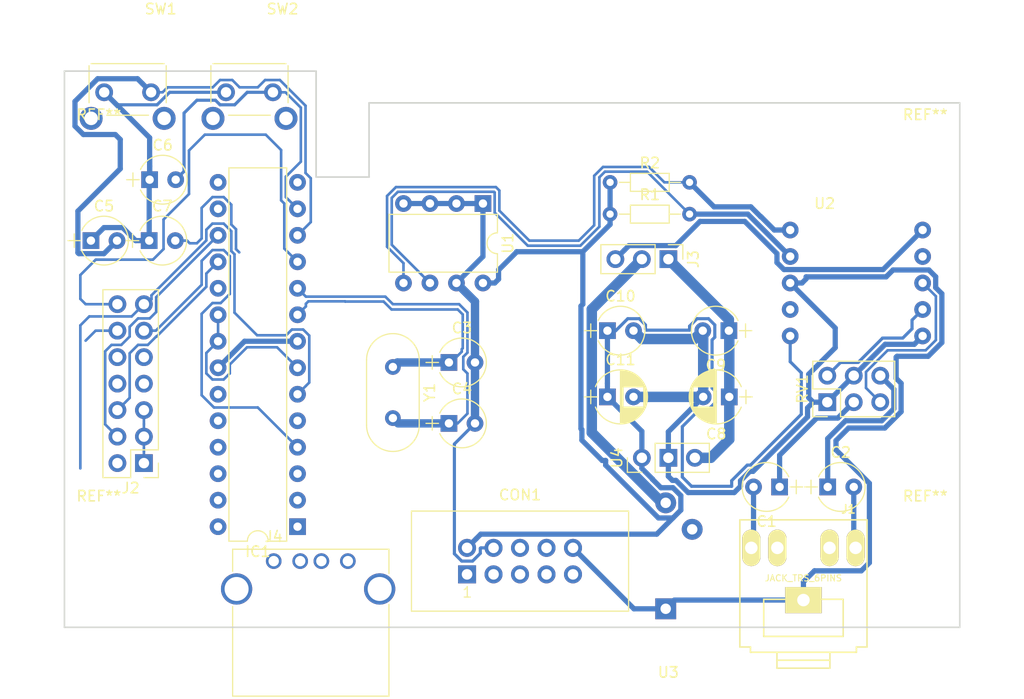
<source format=kicad_pcb>
(kicad_pcb (version 4) (host pcbnew 4.0.7-e2-6376~58~ubuntu16.04.1)

  (general
    (links 81)
    (no_connects 20)
    (area 55.348287 110.076 165.767143 190.406001)
    (thickness 1.6)
    (drawings 15)
    (tracks 422)
    (zones 0)
    (modules 31)
    (nets 47)
  )

  (page A4)
  (title_block
    (title "Radio alpha v02")
  )

  (layers
    (0 F.Cu signal)
    (31 B.Cu signal)
    (32 B.Adhes user)
    (33 F.Adhes user)
    (34 B.Paste user)
    (35 F.Paste user)
    (36 B.SilkS user)
    (37 F.SilkS user)
    (38 B.Mask user)
    (39 F.Mask user)
    (40 Dwgs.User user)
    (41 Cmts.User user)
    (42 Eco1.User user)
    (43 Eco2.User user)
    (44 Edge.Cuts user)
    (45 Margin user hide)
    (46 B.CrtYd user)
    (47 F.CrtYd user)
    (48 B.Fab user)
    (49 F.Fab user)
  )

  (setup
    (last_trace_width 0.25)
    (user_trace_width 0.25)
    (user_trace_width 0.3)
    (user_trace_width 0.5)
    (user_trace_width 0.8)
    (user_trace_width 1)
    (trace_clearance 0.2)
    (zone_clearance 0.508)
    (zone_45_only no)
    (trace_min 0.2)
    (segment_width 0.2)
    (edge_width 0.15)
    (via_size 0.6)
    (via_drill 0.4)
    (via_min_size 0.4)
    (via_min_drill 0.3)
    (uvia_size 0.3)
    (uvia_drill 0.1)
    (uvias_allowed no)
    (uvia_min_size 0.2)
    (uvia_min_drill 0.1)
    (pcb_text_width 0.3)
    (pcb_text_size 1.5 1.5)
    (mod_edge_width 0.15)
    (mod_text_size 1 1)
    (mod_text_width 0.15)
    (pad_size 1.7 1.7)
    (pad_drill 1)
    (pad_to_mask_clearance 0.2)
    (aux_axis_origin 0 0)
    (visible_elements 7FFFFFFF)
    (pcbplotparams
      (layerselection 0x00030_80000001)
      (usegerberextensions false)
      (excludeedgelayer false)
      (linewidth 0.100000)
      (plotframeref false)
      (viasonmask false)
      (mode 1)
      (useauxorigin false)
      (hpglpennumber 1)
      (hpglpenspeed 20)
      (hpglpendiameter 15)
      (hpglpenoverlay 2)
      (psnegative false)
      (psa4output false)
      (plotreference true)
      (plotvalue true)
      (plotinvisibletext false)
      (padsonsilk false)
      (subtractmaskfromsilk false)
      (outputformat 4)
      (mirror false)
      (drillshape 1)
      (scaleselection 1)
      (outputdirectory ../images/))
  )

  (net 0 "")
  (net 1 "Net-(C1-Pad1)")
  (net 2 "Net-(C1-Pad2)")
  (net 3 "Net-(C2-Pad1)")
  (net 4 "Net-(C2-Pad2)")
  (net 5 XTAL_PB6)
  (net 6 GND)
  (net 7 XTAL_PB7)
  (net 8 SW_PD6)
  (net 9 SW_PD7)
  (net 10 +5V)
  (net 11 LCD_PB3)
  (net 12 "Net-(CON1-Pad3)")
  (net 13 RST)
  (net 14 SCK)
  (net 15 LCD_PB4)
  (net 16 "Net-(IC1-Pad15)")
  (net 17 "Net-(IC1-Pad2)")
  (net 18 "Net-(IC1-Pad16)")
  (net 19 "Net-(IC1-Pad3)")
  (net 20 LCD_PD2)
  (net 21 LCD_PD3)
  (net 22 LCD_PD4)
  (net 23 "Net-(IC1-Pad23)")
  (net 24 "Net-(IC1-Pad24)")
  (net 25 LCD_PD5)
  (net 26 "Net-(IC1-Pad25)")
  (net 27 "Net-(IC1-Pad26)")
  (net 28 SDA)
  (net 29 "Net-(IC1-Pad14)")
  (net 30 SCL)
  (net 31 "Net-(J1-Pad4)")
  (net 32 "Net-(J1-Pad5)")
  (net 33 "Net-(J2-Pad7)")
  (net 34 "Net-(J2-Pad8)")
  (net 35 "Net-(J2-Pad9)")
  (net 36 "Net-(J2-Pad10)")
  (net 37 "Net-(RV1-Pad2)")
  (net 38 "Net-(RV1-Pad5)")
  (net 39 "Net-(U2-Pad4)")
  (net 40 "Net-(U2-Pad9)")
  (net 41 Antena)
  (net 42 "Net-(C8-Pad1)")
  (net 43 VCC)
  (net 44 "Net-(J4-Pad2)")
  (net 45 "Net-(J4-Pad1)")
  (net 46 "Net-(J4-Pad5)")

  (net_class Default "To jest domyślna klasa połączeń."
    (clearance 0.2)
    (trace_width 0.25)
    (via_dia 0.6)
    (via_drill 0.4)
    (uvia_dia 0.3)
    (uvia_drill 0.1)
    (add_net +5V)
    (add_net Antena)
    (add_net GND)
    (add_net LCD_PB3)
    (add_net LCD_PB4)
    (add_net LCD_PD2)
    (add_net LCD_PD3)
    (add_net LCD_PD4)
    (add_net LCD_PD5)
    (add_net "Net-(C1-Pad1)")
    (add_net "Net-(C1-Pad2)")
    (add_net "Net-(C2-Pad1)")
    (add_net "Net-(C2-Pad2)")
    (add_net "Net-(C8-Pad1)")
    (add_net "Net-(CON1-Pad3)")
    (add_net "Net-(IC1-Pad14)")
    (add_net "Net-(IC1-Pad15)")
    (add_net "Net-(IC1-Pad16)")
    (add_net "Net-(IC1-Pad2)")
    (add_net "Net-(IC1-Pad23)")
    (add_net "Net-(IC1-Pad24)")
    (add_net "Net-(IC1-Pad25)")
    (add_net "Net-(IC1-Pad26)")
    (add_net "Net-(IC1-Pad3)")
    (add_net "Net-(J1-Pad4)")
    (add_net "Net-(J1-Pad5)")
    (add_net "Net-(J2-Pad10)")
    (add_net "Net-(J2-Pad7)")
    (add_net "Net-(J2-Pad8)")
    (add_net "Net-(J2-Pad9)")
    (add_net "Net-(J4-Pad1)")
    (add_net "Net-(J4-Pad2)")
    (add_net "Net-(J4-Pad5)")
    (add_net "Net-(RV1-Pad2)")
    (add_net "Net-(RV1-Pad5)")
    (add_net "Net-(U2-Pad4)")
    (add_net "Net-(U2-Pad9)")
    (add_net RST)
    (add_net SCK)
    (add_net SCL)
    (add_net SDA)
    (add_net SW_PD6)
    (add_net SW_PD7)
    (add_net VCC)
    (add_net XTAL_PB6)
    (add_net XTAL_PB7)
  )

  (net_class "sciezka 2" ""
    (clearance 0.2)
    (trace_width 0.5)
    (via_dia 0.6)
    (via_drill 0.4)
    (uvia_dia 0.3)
    (uvia_drill 0.1)
  )

  (module Housings_DIP:DIP-28_W7.62mm (layer F.Cu) (tedit 586281B5) (tstamp 593AE9FF)
    (at 96.012 170.688 180)
    (descr "28-lead dip package, row spacing 7.62 mm (300 mils)")
    (tags "DIL DIP PDIP 2.54mm 7.62mm 300mil")
    (path /58C253A7)
    (fp_text reference IC1 (at 3.81 -2.39 180) (layer F.SilkS)
      (effects (font (size 1 1) (thickness 0.15)))
    )
    (fp_text value ATMEGA328P-P (at 3.81 35.41 180) (layer F.Fab)
      (effects (font (size 1 1) (thickness 0.15)))
    )
    (fp_arc (start 3.81 -1.39) (end 2.81 -1.39) (angle -180) (layer F.SilkS) (width 0.12))
    (fp_line (start 1.635 -1.27) (end 6.985 -1.27) (layer F.Fab) (width 0.1))
    (fp_line (start 6.985 -1.27) (end 6.985 34.29) (layer F.Fab) (width 0.1))
    (fp_line (start 6.985 34.29) (end 0.635 34.29) (layer F.Fab) (width 0.1))
    (fp_line (start 0.635 34.29) (end 0.635 -0.27) (layer F.Fab) (width 0.1))
    (fp_line (start 0.635 -0.27) (end 1.635 -1.27) (layer F.Fab) (width 0.1))
    (fp_line (start 2.81 -1.39) (end 1.04 -1.39) (layer F.SilkS) (width 0.12))
    (fp_line (start 1.04 -1.39) (end 1.04 34.41) (layer F.SilkS) (width 0.12))
    (fp_line (start 1.04 34.41) (end 6.58 34.41) (layer F.SilkS) (width 0.12))
    (fp_line (start 6.58 34.41) (end 6.58 -1.39) (layer F.SilkS) (width 0.12))
    (fp_line (start 6.58 -1.39) (end 4.81 -1.39) (layer F.SilkS) (width 0.12))
    (fp_line (start -1.1 -1.6) (end -1.1 34.6) (layer F.CrtYd) (width 0.05))
    (fp_line (start -1.1 34.6) (end 8.7 34.6) (layer F.CrtYd) (width 0.05))
    (fp_line (start 8.7 34.6) (end 8.7 -1.6) (layer F.CrtYd) (width 0.05))
    (fp_line (start 8.7 -1.6) (end -1.1 -1.6) (layer F.CrtYd) (width 0.05))
    (pad 1 thru_hole rect (at 0 0 180) (size 1.6 1.6) (drill 0.8) (layers *.Cu *.Mask)
      (net 13 RST))
    (pad 15 thru_hole oval (at 7.62 33.02 180) (size 1.6 1.6) (drill 0.8) (layers *.Cu *.Mask)
      (net 16 "Net-(IC1-Pad15)"))
    (pad 2 thru_hole oval (at 0 2.54 180) (size 1.6 1.6) (drill 0.8) (layers *.Cu *.Mask)
      (net 17 "Net-(IC1-Pad2)"))
    (pad 16 thru_hole oval (at 7.62 30.48 180) (size 1.6 1.6) (drill 0.8) (layers *.Cu *.Mask)
      (net 18 "Net-(IC1-Pad16)"))
    (pad 3 thru_hole oval (at 0 5.08 180) (size 1.6 1.6) (drill 0.8) (layers *.Cu *.Mask)
      (net 19 "Net-(IC1-Pad3)"))
    (pad 17 thru_hole oval (at 7.62 27.94 180) (size 1.6 1.6) (drill 0.8) (layers *.Cu *.Mask)
      (net 11 LCD_PB3))
    (pad 4 thru_hole oval (at 0 7.62 180) (size 1.6 1.6) (drill 0.8) (layers *.Cu *.Mask)
      (net 20 LCD_PD2))
    (pad 18 thru_hole oval (at 7.62 25.4 180) (size 1.6 1.6) (drill 0.8) (layers *.Cu *.Mask)
      (net 15 LCD_PB4))
    (pad 5 thru_hole oval (at 0 10.16 180) (size 1.6 1.6) (drill 0.8) (layers *.Cu *.Mask)
      (net 21 LCD_PD3))
    (pad 19 thru_hole oval (at 7.62 22.86 180) (size 1.6 1.6) (drill 0.8) (layers *.Cu *.Mask)
      (net 14 SCK))
    (pad 6 thru_hole oval (at 0 12.7 180) (size 1.6 1.6) (drill 0.8) (layers *.Cu *.Mask)
      (net 22 LCD_PD4))
    (pad 20 thru_hole oval (at 7.62 20.32 180) (size 1.6 1.6) (drill 0.8) (layers *.Cu *.Mask)
      (net 10 +5V))
    (pad 7 thru_hole oval (at 0 15.24 180) (size 1.6 1.6) (drill 0.8) (layers *.Cu *.Mask)
      (net 10 +5V))
    (pad 21 thru_hole oval (at 7.62 17.78 180) (size 1.6 1.6) (drill 0.8) (layers *.Cu *.Mask)
      (net 10 +5V))
    (pad 8 thru_hole oval (at 0 17.78 180) (size 1.6 1.6) (drill 0.8) (layers *.Cu *.Mask)
      (net 6 GND))
    (pad 22 thru_hole oval (at 7.62 15.24 180) (size 1.6 1.6) (drill 0.8) (layers *.Cu *.Mask)
      (net 6 GND))
    (pad 9 thru_hole oval (at 0 20.32 180) (size 1.6 1.6) (drill 0.8) (layers *.Cu *.Mask)
      (net 5 XTAL_PB6))
    (pad 23 thru_hole oval (at 7.62 12.7 180) (size 1.6 1.6) (drill 0.8) (layers *.Cu *.Mask)
      (net 23 "Net-(IC1-Pad23)"))
    (pad 10 thru_hole oval (at 0 22.86 180) (size 1.6 1.6) (drill 0.8) (layers *.Cu *.Mask)
      (net 7 XTAL_PB7))
    (pad 24 thru_hole oval (at 7.62 10.16 180) (size 1.6 1.6) (drill 0.8) (layers *.Cu *.Mask)
      (net 24 "Net-(IC1-Pad24)"))
    (pad 11 thru_hole oval (at 0 25.4 180) (size 1.6 1.6) (drill 0.8) (layers *.Cu *.Mask)
      (net 25 LCD_PD5))
    (pad 25 thru_hole oval (at 7.62 7.62 180) (size 1.6 1.6) (drill 0.8) (layers *.Cu *.Mask)
      (net 26 "Net-(IC1-Pad25)"))
    (pad 12 thru_hole oval (at 0 27.94 180) (size 1.6 1.6) (drill 0.8) (layers *.Cu *.Mask)
      (net 8 SW_PD6))
    (pad 26 thru_hole oval (at 7.62 5.08 180) (size 1.6 1.6) (drill 0.8) (layers *.Cu *.Mask)
      (net 27 "Net-(IC1-Pad26)"))
    (pad 13 thru_hole oval (at 0 30.48 180) (size 1.6 1.6) (drill 0.8) (layers *.Cu *.Mask)
      (net 9 SW_PD7))
    (pad 27 thru_hole oval (at 7.62 2.54 180) (size 1.6 1.6) (drill 0.8) (layers *.Cu *.Mask)
      (net 28 SDA))
    (pad 14 thru_hole oval (at 0 33.02 180) (size 1.6 1.6) (drill 0.8) (layers *.Cu *.Mask)
      (net 29 "Net-(IC1-Pad14)"))
    (pad 28 thru_hole oval (at 7.62 0 180) (size 1.6 1.6) (drill 0.8) (layers *.Cu *.Mask)
      (net 30 SCL))
    (model Housings_DIP.3dshapes/DIP-28_W7.62mm.wrl
      (at (xyz 0 0 0))
      (scale (xyz 1 1 1))
      (rotate (xyz 0 0 0))
    )
  )

  (module Capacitors_THT:CP_Radial_Tantal_D4.5mm_P2.50mm (layer F.Cu) (tedit 58765D06) (tstamp 59CDC344)
    (at 137.374 151.892 180)
    (descr "CP, Radial_Tantal series, Radial, pin pitch=2.50mm, , diameter=4.5mm, Tantal Electrolytic Capacitor, http://cdn-reichelt.de/documents/datenblatt/B300/TANTAL-TB-Serie%23.pdf")
    (tags "CP Radial_Tantal series Radial pin pitch 2.50mm  diameter 4.5mm Tantal Electrolytic Capacitor")
    (path /593B380F)
    (fp_text reference C9 (at 1.25 -3.31 180) (layer F.SilkS)
      (effects (font (size 1 1) (thickness 0.15)))
    )
    (fp_text value 100nF (at 1.25 3.31 180) (layer F.Fab)
      (effects (font (size 1 1) (thickness 0.15)))
    )
    (fp_arc (start 1.25 0) (end -0.8749 -0.98) (angle 130.5) (layer F.SilkS) (width 0.12))
    (fp_arc (start 1.25 0) (end -0.8749 0.98) (angle -130.5) (layer F.SilkS) (width 0.12))
    (fp_arc (start 1.25 0) (end 3.3749 -0.98) (angle 49.5) (layer F.SilkS) (width 0.12))
    (fp_circle (center 1.25 0) (end 3.5 0) (layer F.Fab) (width 0.1))
    (fp_line (start -2.2 0) (end -1 0) (layer F.Fab) (width 0.1))
    (fp_line (start -1.6 -0.65) (end -1.6 0.65) (layer F.Fab) (width 0.1))
    (fp_line (start -2.2 0) (end -1 0) (layer F.SilkS) (width 0.12))
    (fp_line (start -1.6 -0.65) (end -1.6 0.65) (layer F.SilkS) (width 0.12))
    (fp_line (start -1.35 -2.6) (end -1.35 2.6) (layer F.CrtYd) (width 0.05))
    (fp_line (start -1.35 2.6) (end 3.85 2.6) (layer F.CrtYd) (width 0.05))
    (fp_line (start 3.85 2.6) (end 3.85 -2.6) (layer F.CrtYd) (width 0.05))
    (fp_line (start 3.85 -2.6) (end -1.35 -2.6) (layer F.CrtYd) (width 0.05))
    (pad 1 thru_hole rect (at 0 0 180) (size 1.6 1.6) (drill 0.8) (layers *.Cu *.Mask)
      (net 42 "Net-(C8-Pad1)"))
    (pad 2 thru_hole circle (at 2.5 0 180) (size 1.6 1.6) (drill 0.8) (layers *.Cu *.Mask)
      (net 6 GND))
    (model Capacitors_THT.3dshapes/CP_Radial_Tantal_D4.5mm_P2.50mm.wrl
      (at (xyz 0 0 0))
      (scale (xyz 0.393701 0.393701 0.393701))
      (rotate (xyz 0 0 0))
    )
  )

  (module Housings_DIP:DIP-8_W7.62mm (layer F.Cu) (tedit 586281B4) (tstamp 593AEA5E)
    (at 113.792 139.7 270)
    (descr "8-lead dip package, row spacing 7.62 mm (300 mils)")
    (tags "DIL DIP PDIP 2.54mm 7.62mm 300mil")
    (path /58C2EE4B)
    (fp_text reference U1 (at 3.81 -2.39 270) (layer F.SilkS)
      (effects (font (size 1 1) (thickness 0.15)))
    )
    (fp_text value 24C16 (at 3.81 10.01 270) (layer F.Fab)
      (effects (font (size 1 1) (thickness 0.15)))
    )
    (fp_arc (start 3.81 -1.39) (end 2.81 -1.39) (angle -180) (layer F.SilkS) (width 0.12))
    (fp_line (start 1.635 -1.27) (end 6.985 -1.27) (layer F.Fab) (width 0.1))
    (fp_line (start 6.985 -1.27) (end 6.985 8.89) (layer F.Fab) (width 0.1))
    (fp_line (start 6.985 8.89) (end 0.635 8.89) (layer F.Fab) (width 0.1))
    (fp_line (start 0.635 8.89) (end 0.635 -0.27) (layer F.Fab) (width 0.1))
    (fp_line (start 0.635 -0.27) (end 1.635 -1.27) (layer F.Fab) (width 0.1))
    (fp_line (start 2.81 -1.39) (end 1.04 -1.39) (layer F.SilkS) (width 0.12))
    (fp_line (start 1.04 -1.39) (end 1.04 9.01) (layer F.SilkS) (width 0.12))
    (fp_line (start 1.04 9.01) (end 6.58 9.01) (layer F.SilkS) (width 0.12))
    (fp_line (start 6.58 9.01) (end 6.58 -1.39) (layer F.SilkS) (width 0.12))
    (fp_line (start 6.58 -1.39) (end 4.81 -1.39) (layer F.SilkS) (width 0.12))
    (fp_line (start -1.1 -1.6) (end -1.1 9.2) (layer F.CrtYd) (width 0.05))
    (fp_line (start -1.1 9.2) (end 8.7 9.2) (layer F.CrtYd) (width 0.05))
    (fp_line (start 8.7 9.2) (end 8.7 -1.6) (layer F.CrtYd) (width 0.05))
    (fp_line (start 8.7 -1.6) (end -1.1 -1.6) (layer F.CrtYd) (width 0.05))
    (pad 1 thru_hole rect (at 0 0 270) (size 1.6 1.6) (drill 0.8) (layers *.Cu *.Mask)
      (net 6 GND))
    (pad 5 thru_hole oval (at 7.62 7.62 270) (size 1.6 1.6) (drill 0.8) (layers *.Cu *.Mask)
      (net 28 SDA))
    (pad 2 thru_hole oval (at 0 2.54 270) (size 1.6 1.6) (drill 0.8) (layers *.Cu *.Mask)
      (net 6 GND))
    (pad 6 thru_hole oval (at 7.62 5.08 270) (size 1.6 1.6) (drill 0.8) (layers *.Cu *.Mask)
      (net 30 SCL))
    (pad 3 thru_hole oval (at 0 5.08 270) (size 1.6 1.6) (drill 0.8) (layers *.Cu *.Mask)
      (net 6 GND))
    (pad 7 thru_hole oval (at 7.62 2.54 270) (size 1.6 1.6) (drill 0.8) (layers *.Cu *.Mask)
      (net 6 GND))
    (pad 4 thru_hole oval (at 0 7.62 270) (size 1.6 1.6) (drill 0.8) (layers *.Cu *.Mask)
      (net 6 GND))
    (pad 8 thru_hole oval (at 7.62 0 270) (size 1.6 1.6) (drill 0.8) (layers *.Cu *.Mask)
      (net 10 +5V))
    (model Housings_DIP.3dshapes/DIP-8_W7.62mm.wrl
      (at (xyz 0 0 0))
      (scale (xyz 1 1 1))
      (rotate (xyz 0 0 0))
    )
  )

  (module elem_styk:gniazdo_DC_6mm (layer F.Cu) (tedit 59BAA28B) (tstamp 59C3173B)
    (at 131.318 183.642)
    (path /593B0CBA)
    (fp_text reference U3 (at 0.254 1.016) (layer F.SilkS)
      (effects (font (size 1 1) (thickness 0.15)))
    )
    (fp_text value gniazdo_DC_6mm (at 0.254 -0.762) (layer F.Fab)
      (effects (font (size 1 1) (thickness 0.15)))
    )
    (fp_line (start 2.286 -16.256) (end 2.286 -3.81) (layer F.Fab) (width 0.15))
    (fp_line (start -2.286 -16.256) (end 2.286 -16.256) (layer F.Fab) (width 0.15))
    (fp_line (start -2.286 -3.81) (end -2.286 -16.256) (layer F.Fab) (width 0.15))
    (fp_line (start -2.54 -3.81) (end -2.54 -2.54) (layer F.Fab) (width 0.15))
    (fp_line (start 2.54 -3.81) (end -2.54 -3.81) (layer F.Fab) (width 0.15))
    (fp_line (start 2.54 -2.54) (end 2.54 -3.81) (layer F.Fab) (width 0.15))
    (fp_line (start -2.54 -2.54) (end 2.54 -2.54) (layer F.Fab) (width 0.15))
    (pad 2 thru_hole rect (at 0 -5.08) (size 2 2) (drill 1) (layers *.Cu *.Mask)
      (net 6 GND))
    (pad 1 thru_hole circle (at 0 -15.24) (size 2 2) (drill 1) (layers *.Cu *.Mask)
      (net 43 VCC))
    (pad 3 thru_hole circle (at 2.54 -12.7) (size 2 2) (drill 1) (layers *.Cu *.Mask))
  )

  (module elem_styk:LM7805 (layer F.Cu) (tedit 59BAAD9F) (tstamp 59D08B1F)
    (at 129.032 164.084 90)
    (descr "Through hole straight pin header, 1x03, 2.54mm pitch, single row")
    (tags "Through hole pin header THT 1x03 2.54mm single row")
    (path /59BB801D)
    (fp_text reference U4 (at 0 -2.39 90) (layer F.SilkS)
      (effects (font (size 1 1) (thickness 0.15)))
    )
    (fp_text value LM7805 (at 0.254 8.636 90) (layer F.Fab)
      (effects (font (size 1 1) (thickness 0.15)))
    )
    (fp_line (start -2.54 6.858) (end -1.778 6.858) (layer F.Fab) (width 0.15))
    (fp_line (start -2.54 -1.778) (end -2.54 6.858) (layer F.Fab) (width 0.15))
    (fp_line (start -1.778 -1.778) (end -2.54 -1.778) (layer F.Fab) (width 0.15))
    (fp_line (start -1.778 6.858) (end -1.778 -1.778) (layer F.Fab) (width 0.15))
    (fp_line (start -1.778 6.096) (end -1.524 6.096) (layer F.Fab) (width 0.15))
    (fp_line (start -1.778 -1.016) (end -1.778 6.096) (layer F.Fab) (width 0.15))
    (fp_line (start 1.778 -1.016) (end -1.778 -1.016) (layer F.Fab) (width 0.15))
    (fp_line (start 1.778 6.096) (end 1.778 -1.016) (layer F.Fab) (width 0.15))
    (fp_line (start -1.524 6.096) (end 1.778 6.096) (layer F.Fab) (width 0.15))
    (fp_line (start -1.27 -1.27) (end -1.27 6.35) (layer F.Fab) (width 0.1))
    (fp_line (start -1.27 6.35) (end 1.27 6.35) (layer F.Fab) (width 0.1))
    (fp_line (start 1.27 6.35) (end 1.27 -1.27) (layer F.Fab) (width 0.1))
    (fp_line (start 1.27 -1.27) (end -1.27 -1.27) (layer F.Fab) (width 0.1))
    (fp_line (start -1.39 1.27) (end -1.39 6.47) (layer F.SilkS) (width 0.12))
    (fp_line (start -1.39 6.47) (end 1.39 6.47) (layer F.SilkS) (width 0.12))
    (fp_line (start 1.39 6.47) (end 1.39 1.27) (layer F.SilkS) (width 0.12))
    (fp_line (start 1.39 1.27) (end -1.39 1.27) (layer F.SilkS) (width 0.12))
    (fp_line (start -1.39 0) (end -1.39 -1.39) (layer F.SilkS) (width 0.12))
    (fp_line (start -1.39 -1.39) (end 0 -1.39) (layer F.SilkS) (width 0.12))
    (fp_line (start -1.6 -1.6) (end -1.6 6.6) (layer F.CrtYd) (width 0.05))
    (fp_line (start -1.6 6.6) (end 1.6 6.6) (layer F.CrtYd) (width 0.05))
    (fp_line (start 1.6 6.6) (end 1.6 -1.6) (layer F.CrtYd) (width 0.05))
    (fp_line (start 1.6 -1.6) (end -1.6 -1.6) (layer F.CrtYd) (width 0.05))
    (pad 3 thru_hole circle (at 0 0 90) (size 1.7 1.7) (drill 1) (layers *.Cu *.Mask)
      (net 10 +5V))
    (pad 2 thru_hole rect (at 0 2.54 90) (size 1.7 1.7) (drill 1) (layers *.Cu *.Mask)
      (net 6 GND))
    (pad 1 thru_hole oval (at 0 5.08 90) (size 1.7 1.7) (drill 1) (layers *.Cu *.Mask)
      (net 42 "Net-(C8-Pad1)"))
    (model Pin_Headers.3dshapes/Pin_Header_Straight_1x03_Pitch2.54mm.wrl
      (at (xyz 0 -0.1 0))
      (scale (xyz 1 1 1))
      (rotate (xyz 0 0 90))
    )
  )

  (module Mounting_Holes:MountingHole_3.2mm_M3 (layer F.Cu) (tedit 56D1B4CB) (tstamp 59DA2931)
    (at 76.962 135.382)
    (descr "Mounting Hole 3.2mm, no annular, M3")
    (tags "mounting hole 3.2mm no annular m3")
    (fp_text reference REF** (at 0 -4.2) (layer F.SilkS)
      (effects (font (size 1 1) (thickness 0.15)))
    )
    (fp_text value MountingHole_3.2mm_M3 (at -5.588 0 90) (layer F.Fab)
      (effects (font (size 1 1) (thickness 0.15)))
    )
    (fp_circle (center 0 0) (end 3.2 0) (layer Cmts.User) (width 0.15))
    (fp_circle (center 0 0) (end 3.45 0) (layer F.CrtYd) (width 0.05))
    (pad 1 np_thru_hole circle (at 0 0) (size 3.2 3.2) (drill 3.2) (layers *.Cu *.Mask))
  )

  (module Mounting_Holes:MountingHole_3.2mm_M3 (layer F.Cu) (tedit 56D1B4CB) (tstamp 59DA25AB)
    (at 76.962 171.958)
    (descr "Mounting Hole 3.2mm, no annular, M3")
    (tags "mounting hole 3.2mm no annular m3")
    (fp_text reference REF** (at 0 -4.2) (layer F.SilkS)
      (effects (font (size 1 1) (thickness 0.15)))
    )
    (fp_text value MountingHole_3.2mm_M3 (at 0 4.2) (layer F.Fab)
      (effects (font (size 1 1) (thickness 0.15)))
    )
    (fp_circle (center 0 0) (end 3.2 0) (layer Cmts.User) (width 0.15))
    (fp_circle (center 0 0) (end 3.45 0) (layer F.CrtYd) (width 0.05))
    (pad 1 np_thru_hole circle (at 0 0) (size 3.2 3.2) (drill 3.2) (layers *.Cu *.Mask))
  )

  (module Capacitors_THT:CP_Radial_Tantal_D4.5mm_P2.50mm (layer F.Cu) (tedit 58765D06) (tstamp 593AE9AD)
    (at 142.24 166.878 180)
    (descr "CP, Radial_Tantal series, Radial, pin pitch=2.50mm, , diameter=4.5mm, Tantal Electrolytic Capacitor, http://cdn-reichelt.de/documents/datenblatt/B300/TANTAL-TB-Serie%23.pdf")
    (tags "CP Radial_Tantal series Radial pin pitch 2.50mm  diameter 4.5mm Tantal Electrolytic Capacitor")
    (path /58C2BED7)
    (fp_text reference C1 (at 1.25 -3.31 180) (layer F.SilkS)
      (effects (font (size 1 1) (thickness 0.15)))
    )
    (fp_text value 100nF (at 1.25 3.31 180) (layer F.Fab)
      (effects (font (size 1 1) (thickness 0.15)))
    )
    (fp_arc (start 1.25 0) (end -0.8749 -0.98) (angle 130.5) (layer F.SilkS) (width 0.12))
    (fp_arc (start 1.25 0) (end -0.8749 0.98) (angle -130.5) (layer F.SilkS) (width 0.12))
    (fp_arc (start 1.25 0) (end 3.3749 -0.98) (angle 49.5) (layer F.SilkS) (width 0.12))
    (fp_circle (center 1.25 0) (end 3.5 0) (layer F.Fab) (width 0.1))
    (fp_line (start -2.2 0) (end -1 0) (layer F.Fab) (width 0.1))
    (fp_line (start -1.6 -0.65) (end -1.6 0.65) (layer F.Fab) (width 0.1))
    (fp_line (start -2.2 0) (end -1 0) (layer F.SilkS) (width 0.12))
    (fp_line (start -1.6 -0.65) (end -1.6 0.65) (layer F.SilkS) (width 0.12))
    (fp_line (start -1.35 -2.6) (end -1.35 2.6) (layer F.CrtYd) (width 0.05))
    (fp_line (start -1.35 2.6) (end 3.85 2.6) (layer F.CrtYd) (width 0.05))
    (fp_line (start 3.85 2.6) (end 3.85 -2.6) (layer F.CrtYd) (width 0.05))
    (fp_line (start 3.85 -2.6) (end -1.35 -2.6) (layer F.CrtYd) (width 0.05))
    (pad 1 thru_hole rect (at 0 0 180) (size 1.6 1.6) (drill 0.8) (layers *.Cu *.Mask)
      (net 1 "Net-(C1-Pad1)"))
    (pad 2 thru_hole circle (at 2.5 0 180) (size 1.6 1.6) (drill 0.8) (layers *.Cu *.Mask)
      (net 2 "Net-(C1-Pad2)"))
    (model Capacitors_THT.3dshapes/CP_Radial_Tantal_D4.5mm_P2.50mm.wrl
      (at (xyz 0 0 0))
      (scale (xyz 0.393701 0.393701 0.393701))
      (rotate (xyz 0 0 0))
    )
  )

  (module Capacitors_THT:CP_Radial_Tantal_D4.5mm_P2.50mm (layer F.Cu) (tedit 58765D06) (tstamp 593AE9B3)
    (at 146.852 166.878)
    (descr "CP, Radial_Tantal series, Radial, pin pitch=2.50mm, , diameter=4.5mm, Tantal Electrolytic Capacitor, http://cdn-reichelt.de/documents/datenblatt/B300/TANTAL-TB-Serie%23.pdf")
    (tags "CP Radial_Tantal series Radial pin pitch 2.50mm  diameter 4.5mm Tantal Electrolytic Capacitor")
    (path /58C2BEDD)
    (fp_text reference C2 (at 1.25 -3.31) (layer F.SilkS)
      (effects (font (size 1 1) (thickness 0.15)))
    )
    (fp_text value 100nF (at 1.25 3.31) (layer F.Fab)
      (effects (font (size 1 1) (thickness 0.15)))
    )
    (fp_arc (start 1.25 0) (end -0.8749 -0.98) (angle 130.5) (layer F.SilkS) (width 0.12))
    (fp_arc (start 1.25 0) (end -0.8749 0.98) (angle -130.5) (layer F.SilkS) (width 0.12))
    (fp_arc (start 1.25 0) (end 3.3749 -0.98) (angle 49.5) (layer F.SilkS) (width 0.12))
    (fp_circle (center 1.25 0) (end 3.5 0) (layer F.Fab) (width 0.1))
    (fp_line (start -2.2 0) (end -1 0) (layer F.Fab) (width 0.1))
    (fp_line (start -1.6 -0.65) (end -1.6 0.65) (layer F.Fab) (width 0.1))
    (fp_line (start -2.2 0) (end -1 0) (layer F.SilkS) (width 0.12))
    (fp_line (start -1.6 -0.65) (end -1.6 0.65) (layer F.SilkS) (width 0.12))
    (fp_line (start -1.35 -2.6) (end -1.35 2.6) (layer F.CrtYd) (width 0.05))
    (fp_line (start -1.35 2.6) (end 3.85 2.6) (layer F.CrtYd) (width 0.05))
    (fp_line (start 3.85 2.6) (end 3.85 -2.6) (layer F.CrtYd) (width 0.05))
    (fp_line (start 3.85 -2.6) (end -1.35 -2.6) (layer F.CrtYd) (width 0.05))
    (pad 1 thru_hole rect (at 0 0) (size 1.6 1.6) (drill 0.8) (layers *.Cu *.Mask)
      (net 3 "Net-(C2-Pad1)"))
    (pad 2 thru_hole circle (at 2.5 0) (size 1.6 1.6) (drill 0.8) (layers *.Cu *.Mask)
      (net 4 "Net-(C2-Pad2)"))
    (model Capacitors_THT.3dshapes/CP_Radial_Tantal_D4.5mm_P2.50mm.wrl
      (at (xyz 0 0 0))
      (scale (xyz 0.393701 0.393701 0.393701))
      (rotate (xyz 0 0 0))
    )
  )

  (module Capacitors_THT:CP_Radial_Tantal_D4.5mm_P2.50mm (layer F.Cu) (tedit 58765D06) (tstamp 593AE9B9)
    (at 110.53 154.94)
    (descr "CP, Radial_Tantal series, Radial, pin pitch=2.50mm, , diameter=4.5mm, Tantal Electrolytic Capacitor, http://cdn-reichelt.de/documents/datenblatt/B300/TANTAL-TB-Serie%23.pdf")
    (tags "CP Radial_Tantal series Radial pin pitch 2.50mm  diameter 4.5mm Tantal Electrolytic Capacitor")
    (path /58C22323)
    (fp_text reference C3 (at 1.25 -3.31) (layer F.SilkS)
      (effects (font (size 1 1) (thickness 0.15)))
    )
    (fp_text value 20pF (at 1.25 3.31) (layer F.Fab)
      (effects (font (size 1 1) (thickness 0.15)))
    )
    (fp_arc (start 1.25 0) (end -0.8749 -0.98) (angle 130.5) (layer F.SilkS) (width 0.12))
    (fp_arc (start 1.25 0) (end -0.8749 0.98) (angle -130.5) (layer F.SilkS) (width 0.12))
    (fp_arc (start 1.25 0) (end 3.3749 -0.98) (angle 49.5) (layer F.SilkS) (width 0.12))
    (fp_circle (center 1.25 0) (end 3.5 0) (layer F.Fab) (width 0.1))
    (fp_line (start -2.2 0) (end -1 0) (layer F.Fab) (width 0.1))
    (fp_line (start -1.6 -0.65) (end -1.6 0.65) (layer F.Fab) (width 0.1))
    (fp_line (start -2.2 0) (end -1 0) (layer F.SilkS) (width 0.12))
    (fp_line (start -1.6 -0.65) (end -1.6 0.65) (layer F.SilkS) (width 0.12))
    (fp_line (start -1.35 -2.6) (end -1.35 2.6) (layer F.CrtYd) (width 0.05))
    (fp_line (start -1.35 2.6) (end 3.85 2.6) (layer F.CrtYd) (width 0.05))
    (fp_line (start 3.85 2.6) (end 3.85 -2.6) (layer F.CrtYd) (width 0.05))
    (fp_line (start 3.85 -2.6) (end -1.35 -2.6) (layer F.CrtYd) (width 0.05))
    (pad 1 thru_hole rect (at 0 0) (size 1.6 1.6) (drill 0.8) (layers *.Cu *.Mask)
      (net 5 XTAL_PB6))
    (pad 2 thru_hole circle (at 2.5 0) (size 1.6 1.6) (drill 0.8) (layers *.Cu *.Mask)
      (net 6 GND))
    (model Capacitors_THT.3dshapes/CP_Radial_Tantal_D4.5mm_P2.50mm.wrl
      (at (xyz 0 0 0))
      (scale (xyz 0.393701 0.393701 0.393701))
      (rotate (xyz 0 0 0))
    )
  )

  (module Capacitors_THT:CP_Radial_Tantal_D4.5mm_P2.50mm (layer F.Cu) (tedit 58765D06) (tstamp 593AE9BF)
    (at 110.53 160.782)
    (descr "CP, Radial_Tantal series, Radial, pin pitch=2.50mm, , diameter=4.5mm, Tantal Electrolytic Capacitor, http://cdn-reichelt.de/documents/datenblatt/B300/TANTAL-TB-Serie%23.pdf")
    (tags "CP Radial_Tantal series Radial pin pitch 2.50mm  diameter 4.5mm Tantal Electrolytic Capacitor")
    (path /58C22329)
    (fp_text reference C4 (at 1.25 -3.31) (layer F.SilkS)
      (effects (font (size 1 1) (thickness 0.15)))
    )
    (fp_text value 20pF (at 1.25 3.31) (layer F.Fab)
      (effects (font (size 1 1) (thickness 0.15)))
    )
    (fp_arc (start 1.25 0) (end -0.8749 -0.98) (angle 130.5) (layer F.SilkS) (width 0.12))
    (fp_arc (start 1.25 0) (end -0.8749 0.98) (angle -130.5) (layer F.SilkS) (width 0.12))
    (fp_arc (start 1.25 0) (end 3.3749 -0.98) (angle 49.5) (layer F.SilkS) (width 0.12))
    (fp_circle (center 1.25 0) (end 3.5 0) (layer F.Fab) (width 0.1))
    (fp_line (start -2.2 0) (end -1 0) (layer F.Fab) (width 0.1))
    (fp_line (start -1.6 -0.65) (end -1.6 0.65) (layer F.Fab) (width 0.1))
    (fp_line (start -2.2 0) (end -1 0) (layer F.SilkS) (width 0.12))
    (fp_line (start -1.6 -0.65) (end -1.6 0.65) (layer F.SilkS) (width 0.12))
    (fp_line (start -1.35 -2.6) (end -1.35 2.6) (layer F.CrtYd) (width 0.05))
    (fp_line (start -1.35 2.6) (end 3.85 2.6) (layer F.CrtYd) (width 0.05))
    (fp_line (start 3.85 2.6) (end 3.85 -2.6) (layer F.CrtYd) (width 0.05))
    (fp_line (start 3.85 -2.6) (end -1.35 -2.6) (layer F.CrtYd) (width 0.05))
    (pad 1 thru_hole rect (at 0 0) (size 1.6 1.6) (drill 0.8) (layers *.Cu *.Mask)
      (net 7 XTAL_PB7))
    (pad 2 thru_hole circle (at 2.5 0) (size 1.6 1.6) (drill 0.8) (layers *.Cu *.Mask)
      (net 6 GND))
    (model Capacitors_THT.3dshapes/CP_Radial_Tantal_D4.5mm_P2.50mm.wrl
      (at (xyz 0 0 0))
      (scale (xyz 0.393701 0.393701 0.393701))
      (rotate (xyz 0 0 0))
    )
  )

  (module Capacitors_THT:CP_Radial_Tantal_D4.5mm_P2.50mm (layer F.Cu) (tedit 58765D06) (tstamp 593AE9C5)
    (at 76.2 143.256)
    (descr "CP, Radial_Tantal series, Radial, pin pitch=2.50mm, , diameter=4.5mm, Tantal Electrolytic Capacitor, http://cdn-reichelt.de/documents/datenblatt/B300/TANTAL-TB-Serie%23.pdf")
    (tags "CP Radial_Tantal series Radial pin pitch 2.50mm  diameter 4.5mm Tantal Electrolytic Capacitor")
    (path /58C2A3A7)
    (fp_text reference C5 (at 1.25 -3.31) (layer F.SilkS)
      (effects (font (size 1 1) (thickness 0.15)))
    )
    (fp_text value 100nF (at -2.58 -0.254 90) (layer F.Fab)
      (effects (font (size 1 1) (thickness 0.15)))
    )
    (fp_arc (start 1.25 0) (end -0.8749 -0.98) (angle 130.5) (layer F.SilkS) (width 0.12))
    (fp_arc (start 1.25 0) (end -0.8749 0.98) (angle -130.5) (layer F.SilkS) (width 0.12))
    (fp_arc (start 1.25 0) (end 3.3749 -0.98) (angle 49.5) (layer F.SilkS) (width 0.12))
    (fp_circle (center 1.25 0) (end 3.5 0) (layer F.Fab) (width 0.1))
    (fp_line (start -2.2 0) (end -1 0) (layer F.Fab) (width 0.1))
    (fp_line (start -1.6 -0.65) (end -1.6 0.65) (layer F.Fab) (width 0.1))
    (fp_line (start -2.2 0) (end -1 0) (layer F.SilkS) (width 0.12))
    (fp_line (start -1.6 -0.65) (end -1.6 0.65) (layer F.SilkS) (width 0.12))
    (fp_line (start -1.35 -2.6) (end -1.35 2.6) (layer F.CrtYd) (width 0.05))
    (fp_line (start -1.35 2.6) (end 3.85 2.6) (layer F.CrtYd) (width 0.05))
    (fp_line (start 3.85 2.6) (end 3.85 -2.6) (layer F.CrtYd) (width 0.05))
    (fp_line (start 3.85 -2.6) (end -1.35 -2.6) (layer F.CrtYd) (width 0.05))
    (pad 1 thru_hole rect (at 0 0) (size 1.6 1.6) (drill 0.8) (layers *.Cu *.Mask)
      (net 6 GND))
    (pad 2 thru_hole circle (at 2.5 0) (size 1.6 1.6) (drill 0.8) (layers *.Cu *.Mask)
      (net 8 SW_PD6))
    (model Capacitors_THT.3dshapes/CP_Radial_Tantal_D4.5mm_P2.50mm.wrl
      (at (xyz 0 0 0))
      (scale (xyz 0.393701 0.393701 0.393701))
      (rotate (xyz 0 0 0))
    )
  )

  (module Capacitors_THT:CP_Radial_Tantal_D4.5mm_P2.50mm (layer F.Cu) (tedit 58765D06) (tstamp 593AE9CB)
    (at 81.828 137.414)
    (descr "CP, Radial_Tantal series, Radial, pin pitch=2.50mm, , diameter=4.5mm, Tantal Electrolytic Capacitor, http://cdn-reichelt.de/documents/datenblatt/B300/TANTAL-TB-Serie%23.pdf")
    (tags "CP Radial_Tantal series Radial pin pitch 2.50mm  diameter 4.5mm Tantal Electrolytic Capacitor")
    (path /58C2A38F)
    (fp_text reference C6 (at 1.25 -3.31) (layer F.SilkS)
      (effects (font (size 1 1) (thickness 0.15)))
    )
    (fp_text value 100nF (at 1.25 3.31) (layer F.Fab)
      (effects (font (size 1 1) (thickness 0.15)))
    )
    (fp_arc (start 1.25 0) (end -0.8749 -0.98) (angle 130.5) (layer F.SilkS) (width 0.12))
    (fp_arc (start 1.25 0) (end -0.8749 0.98) (angle -130.5) (layer F.SilkS) (width 0.12))
    (fp_arc (start 1.25 0) (end 3.3749 -0.98) (angle 49.5) (layer F.SilkS) (width 0.12))
    (fp_circle (center 1.25 0) (end 3.5 0) (layer F.Fab) (width 0.1))
    (fp_line (start -2.2 0) (end -1 0) (layer F.Fab) (width 0.1))
    (fp_line (start -1.6 -0.65) (end -1.6 0.65) (layer F.Fab) (width 0.1))
    (fp_line (start -2.2 0) (end -1 0) (layer F.SilkS) (width 0.12))
    (fp_line (start -1.6 -0.65) (end -1.6 0.65) (layer F.SilkS) (width 0.12))
    (fp_line (start -1.35 -2.6) (end -1.35 2.6) (layer F.CrtYd) (width 0.05))
    (fp_line (start -1.35 2.6) (end 3.85 2.6) (layer F.CrtYd) (width 0.05))
    (fp_line (start 3.85 2.6) (end 3.85 -2.6) (layer F.CrtYd) (width 0.05))
    (fp_line (start 3.85 -2.6) (end -1.35 -2.6) (layer F.CrtYd) (width 0.05))
    (pad 1 thru_hole rect (at 0 0) (size 1.6 1.6) (drill 0.8) (layers *.Cu *.Mask)
      (net 6 GND))
    (pad 2 thru_hole circle (at 2.5 0) (size 1.6 1.6) (drill 0.8) (layers *.Cu *.Mask)
      (net 9 SW_PD7))
    (model Capacitors_THT.3dshapes/CP_Radial_Tantal_D4.5mm_P2.50mm.wrl
      (at (xyz 0 0 0))
      (scale (xyz 0.393701 0.393701 0.393701))
      (rotate (xyz 0 0 0))
    )
  )

  (module Capacitors_THT:CP_Radial_Tantal_D4.5mm_P2.50mm (layer F.Cu) (tedit 58765D06) (tstamp 593AE9D1)
    (at 81.788 143.256)
    (descr "CP, Radial_Tantal series, Radial, pin pitch=2.50mm, , diameter=4.5mm, Tantal Electrolytic Capacitor, http://cdn-reichelt.de/documents/datenblatt/B300/TANTAL-TB-Serie%23.pdf")
    (tags "CP Radial_Tantal series Radial pin pitch 2.50mm  diameter 4.5mm Tantal Electrolytic Capacitor")
    (path /593532D0)
    (fp_text reference C7 (at 1.25 -3.31) (layer F.SilkS)
      (effects (font (size 1 1) (thickness 0.15)))
    )
    (fp_text value 100nF (at 4.786 0 270) (layer F.Fab)
      (effects (font (size 1 1) (thickness 0.15)))
    )
    (fp_arc (start 1.25 0) (end -0.8749 -0.98) (angle 130.5) (layer F.SilkS) (width 0.12))
    (fp_arc (start 1.25 0) (end -0.8749 0.98) (angle -130.5) (layer F.SilkS) (width 0.12))
    (fp_arc (start 1.25 0) (end 3.3749 -0.98) (angle 49.5) (layer F.SilkS) (width 0.12))
    (fp_circle (center 1.25 0) (end 3.5 0) (layer F.Fab) (width 0.1))
    (fp_line (start -2.2 0) (end -1 0) (layer F.Fab) (width 0.1))
    (fp_line (start -1.6 -0.65) (end -1.6 0.65) (layer F.Fab) (width 0.1))
    (fp_line (start -2.2 0) (end -1 0) (layer F.SilkS) (width 0.12))
    (fp_line (start -1.6 -0.65) (end -1.6 0.65) (layer F.SilkS) (width 0.12))
    (fp_line (start -1.35 -2.6) (end -1.35 2.6) (layer F.CrtYd) (width 0.05))
    (fp_line (start -1.35 2.6) (end 3.85 2.6) (layer F.CrtYd) (width 0.05))
    (fp_line (start 3.85 2.6) (end 3.85 -2.6) (layer F.CrtYd) (width 0.05))
    (fp_line (start 3.85 -2.6) (end -1.35 -2.6) (layer F.CrtYd) (width 0.05))
    (pad 1 thru_hole rect (at 0 0) (size 1.6 1.6) (drill 0.8) (layers *.Cu *.Mask)
      (net 6 GND))
    (pad 2 thru_hole circle (at 2.5 0) (size 1.6 1.6) (drill 0.8) (layers *.Cu *.Mask)
      (net 10 +5V))
    (model Capacitors_THT.3dshapes/CP_Radial_Tantal_D4.5mm_P2.50mm.wrl
      (at (xyz 0 0 0))
      (scale (xyz 0.393701 0.393701 0.393701))
      (rotate (xyz 0 0 0))
    )
  )

  (module Connectors:IDC_Header_Straight_10pins (layer F.Cu) (tedit 0) (tstamp 593AE9DF)
    (at 112.268 175.26)
    (descr "10 pins through hole IDC header")
    (tags "IDC header socket VASCH")
    (path /58C1E261)
    (fp_text reference CON1 (at 5.08 -7.62) (layer F.SilkS)
      (effects (font (size 1 1) (thickness 0.15)))
    )
    (fp_text value AVR-ISP-10 (at 5.08 5.223) (layer F.Fab)
      (effects (font (size 1 1) (thickness 0.15)))
    )
    (fp_line (start -5.08 -5.82) (end 15.24 -5.82) (layer F.Fab) (width 0.1))
    (fp_line (start -4.54 -5.27) (end 14.68 -5.27) (layer F.Fab) (width 0.1))
    (fp_line (start -5.08 3.28) (end 15.24 3.28) (layer F.Fab) (width 0.1))
    (fp_line (start -4.54 2.73) (end 2.83 2.73) (layer F.Fab) (width 0.1))
    (fp_line (start 7.33 2.73) (end 14.68 2.73) (layer F.Fab) (width 0.1))
    (fp_line (start 2.83 2.73) (end 2.83 3.28) (layer F.Fab) (width 0.1))
    (fp_line (start 7.33 2.73) (end 7.33 3.28) (layer F.Fab) (width 0.1))
    (fp_line (start -5.08 -5.82) (end -5.08 3.28) (layer F.Fab) (width 0.1))
    (fp_line (start -4.54 -5.27) (end -4.54 2.73) (layer F.Fab) (width 0.1))
    (fp_line (start 15.24 -5.82) (end 15.24 3.28) (layer F.Fab) (width 0.1))
    (fp_line (start 14.68 -5.27) (end 14.68 2.73) (layer F.Fab) (width 0.1))
    (fp_line (start -5.08 -5.82) (end -4.54 -5.27) (layer F.Fab) (width 0.1))
    (fp_line (start 15.24 -5.82) (end 14.68 -5.27) (layer F.Fab) (width 0.1))
    (fp_line (start -5.08 3.28) (end -4.54 2.73) (layer F.Fab) (width 0.1))
    (fp_line (start 15.24 3.28) (end 14.68 2.73) (layer F.Fab) (width 0.1))
    (fp_line (start -5.58 -6.32) (end 15.74 -6.32) (layer F.CrtYd) (width 0.05))
    (fp_line (start 15.74 -6.32) (end 15.74 3.78) (layer F.CrtYd) (width 0.05))
    (fp_line (start 15.74 3.78) (end -5.58 3.78) (layer F.CrtYd) (width 0.05))
    (fp_line (start -5.58 3.78) (end -5.58 -6.32) (layer F.CrtYd) (width 0.05))
    (fp_text user 1 (at 0.02 1.72) (layer F.SilkS)
      (effects (font (size 1 1) (thickness 0.12)))
    )
    (fp_line (start -5.33 -6.07) (end 15.49 -6.07) (layer F.SilkS) (width 0.12))
    (fp_line (start 15.49 -6.07) (end 15.49 3.53) (layer F.SilkS) (width 0.12))
    (fp_line (start 15.49 3.53) (end -5.33 3.53) (layer F.SilkS) (width 0.12))
    (fp_line (start -5.33 3.53) (end -5.33 -6.07) (layer F.SilkS) (width 0.12))
    (pad 1 thru_hole rect (at 0 0) (size 1.7272 1.7272) (drill 1.016) (layers *.Cu *.Mask)
      (net 11 LCD_PB3))
    (pad 2 thru_hole oval (at 0 -2.54) (size 1.7272 1.7272) (drill 1.016) (layers *.Cu *.Mask)
      (net 10 +5V))
    (pad 3 thru_hole oval (at 2.54 0) (size 1.7272 1.7272) (drill 1.016) (layers *.Cu *.Mask)
      (net 12 "Net-(CON1-Pad3)"))
    (pad 4 thru_hole oval (at 2.54 -2.54) (size 1.7272 1.7272) (drill 1.016) (layers *.Cu *.Mask)
      (net 6 GND))
    (pad 5 thru_hole oval (at 5.08 0) (size 1.7272 1.7272) (drill 1.016) (layers *.Cu *.Mask)
      (net 13 RST))
    (pad 6 thru_hole oval (at 5.08 -2.54) (size 1.7272 1.7272) (drill 1.016) (layers *.Cu *.Mask)
      (net 6 GND))
    (pad 7 thru_hole oval (at 7.62 0) (size 1.7272 1.7272) (drill 1.016) (layers *.Cu *.Mask)
      (net 14 SCK))
    (pad 8 thru_hole oval (at 7.62 -2.54) (size 1.7272 1.7272) (drill 1.016) (layers *.Cu *.Mask)
      (net 6 GND))
    (pad 9 thru_hole oval (at 10.16 0) (size 1.7272 1.7272) (drill 1.016) (layers *.Cu *.Mask)
      (net 15 LCD_PB4))
    (pad 10 thru_hole oval (at 10.16 -2.54) (size 1.7272 1.7272) (drill 1.016) (layers *.Cu *.Mask)
      (net 6 GND))
  )

  (module custom:Tayda_3.5mm_stereo_TRS_jack_A-853 (layer F.Cu) (tedit 56D1364A) (tstamp 593AEA1A)
    (at 144.526 176.13 180)
    (path /58C2BECB)
    (fp_text reference J1 (at -4.318 7.112 180) (layer F.SilkS)
      (effects (font (size 0.8 0.8) (thickness 0.15)))
    )
    (fp_text value JACK_TRS_6PINS (at 0 0.508 180) (layer F.SilkS)
      (effects (font (size 0.6 0.6) (thickness 0.1)))
    )
    (fp_line (start -1.778 -1.524) (end -3.81 -1.524) (layer F.SilkS) (width 0.15))
    (fp_line (start -3.81 -1.524) (end -3.81 -5.08) (layer F.SilkS) (width 0.15))
    (fp_line (start -3.81 -5.08) (end 3.81 -5.08) (layer F.SilkS) (width 0.15))
    (fp_line (start 3.81 -5.08) (end 3.81 -1.524) (layer F.SilkS) (width 0.15))
    (fp_line (start 3.81 -1.524) (end 1.778 -1.524) (layer F.SilkS) (width 0.15))
    (fp_line (start -5.08 -6.096) (end -6.096 -6.096) (layer F.SilkS) (width 0.15))
    (fp_line (start 6.096 -6.096) (end 5.08 -6.096) (layer F.SilkS) (width 0.15))
    (fp_line (start -2.54 -8.128) (end -2.54 -6.604) (layer F.SilkS) (width 0.15))
    (fp_line (start 2.54 -6.604) (end 2.54 -8.128) (layer F.SilkS) (width 0.15))
    (fp_line (start -2.54 -7.366) (end 2.54 -7.366) (layer F.SilkS) (width 0.15))
    (fp_line (start -5.08 -6.096) (end -5.08 -6.35) (layer F.SilkS) (width 0.15))
    (fp_line (start -5.08 -6.35) (end -5.08 -6.604) (layer F.SilkS) (width 0.15))
    (fp_line (start -5.08 -6.604) (end 5.08 -6.604) (layer F.SilkS) (width 0.15))
    (fp_line (start 5.08 -6.604) (end 5.08 -6.096) (layer F.SilkS) (width 0.15))
    (fp_line (start -2.54 -8.128) (end 2.54 -8.128) (layer F.SilkS) (width 0.15))
    (fp_line (start -6.096 6.096) (end -6.096 -6.096) (layer F.SilkS) (width 0.15))
    (fp_line (start 6.096 -6.096) (end 6.096 6.096) (layer F.SilkS) (width 0.15))
    (fp_line (start 6.096 6.096) (end -6.096 6.096) (layer F.SilkS) (width 0.15))
    (pad 1 thru_hole rect (at 0 -1.596 180) (size 3.5 2.5) (drill 1.2) (layers *.Cu *.Mask F.SilkS)
      (net 6 GND))
    (pad 2 thru_hole oval (at 5 3.41 180) (size 1.75 3.5) (drill 1.2) (layers *.Cu *.Mask F.SilkS)
      (net 2 "Net-(C1-Pad2)"))
    (pad 3 thru_hole oval (at -5 3.41 180) (size 1.75 3.5) (drill 1.2) (layers *.Cu *.Mask F.SilkS)
      (net 4 "Net-(C2-Pad2)"))
    (pad 4 thru_hole oval (at 2.5 3.41 180) (size 1.75 3.5) (drill 1.2) (layers *.Cu *.Mask F.SilkS)
      (net 31 "Net-(J1-Pad4)"))
    (pad 5 thru_hole oval (at -2.5 3.41 180) (size 1.75 3.5) (drill 1.2) (layers *.Cu *.Mask F.SilkS)
      (net 32 "Net-(J1-Pad5)"))
  )

  (module Pin_Headers:Pin_Header_Straight_2x07_Pitch2.54mm (layer F.Cu) (tedit 5862ED53) (tstamp 593AEA2C)
    (at 81.28 164.592 180)
    (descr "Through hole straight pin header, 2x07, 2.54mm pitch, double rows")
    (tags "Through hole pin header THT 2x07 2.54mm double row")
    (path /5934ACF3)
    (fp_text reference J2 (at 1.27 -2.39 180) (layer F.SilkS)
      (effects (font (size 1 1) (thickness 0.15)))
    )
    (fp_text value CONN_02X07 (at 1.27 17.63 180) (layer F.Fab)
      (effects (font (size 1 1) (thickness 0.15)))
    )
    (fp_line (start -1.27 -1.27) (end -1.27 16.51) (layer F.Fab) (width 0.1))
    (fp_line (start -1.27 16.51) (end 3.81 16.51) (layer F.Fab) (width 0.1))
    (fp_line (start 3.81 16.51) (end 3.81 -1.27) (layer F.Fab) (width 0.1))
    (fp_line (start 3.81 -1.27) (end -1.27 -1.27) (layer F.Fab) (width 0.1))
    (fp_line (start -1.39 1.27) (end -1.39 16.63) (layer F.SilkS) (width 0.12))
    (fp_line (start -1.39 16.63) (end 3.93 16.63) (layer F.SilkS) (width 0.12))
    (fp_line (start 3.93 16.63) (end 3.93 -1.39) (layer F.SilkS) (width 0.12))
    (fp_line (start 3.93 -1.39) (end 1.27 -1.39) (layer F.SilkS) (width 0.12))
    (fp_line (start 1.27 -1.39) (end 1.27 1.27) (layer F.SilkS) (width 0.12))
    (fp_line (start 1.27 1.27) (end -1.39 1.27) (layer F.SilkS) (width 0.12))
    (fp_line (start -1.39 0) (end -1.39 -1.39) (layer F.SilkS) (width 0.12))
    (fp_line (start -1.39 -1.39) (end 0 -1.39) (layer F.SilkS) (width 0.12))
    (fp_line (start -1.6 -1.6) (end -1.6 16.8) (layer F.CrtYd) (width 0.05))
    (fp_line (start -1.6 16.8) (end 4.1 16.8) (layer F.CrtYd) (width 0.05))
    (fp_line (start 4.1 16.8) (end 4.1 -1.6) (layer F.CrtYd) (width 0.05))
    (fp_line (start 4.1 -1.6) (end -1.6 -1.6) (layer F.CrtYd) (width 0.05))
    (pad 1 thru_hole rect (at 0 0 180) (size 1.7 1.7) (drill 1) (layers *.Cu *.Mask)
      (net 6 GND))
    (pad 2 thru_hole oval (at 2.54 0 180) (size 1.7 1.7) (drill 1) (layers *.Cu *.Mask)
      (net 10 +5V))
    (pad 3 thru_hole oval (at 0 2.54 180) (size 1.7 1.7) (drill 1) (layers *.Cu *.Mask)
      (net 6 GND))
    (pad 4 thru_hole oval (at 2.54 2.54 180) (size 1.7 1.7) (drill 1) (layers *.Cu *.Mask)
      (net 11 LCD_PB3))
    (pad 5 thru_hole oval (at 0 5.08 180) (size 1.7 1.7) (drill 1) (layers *.Cu *.Mask)
      (net 6 GND))
    (pad 6 thru_hole oval (at 2.54 5.08 180) (size 1.7 1.7) (drill 1) (layers *.Cu *.Mask)
      (net 15 LCD_PB4))
    (pad 7 thru_hole oval (at 0 7.62 180) (size 1.7 1.7) (drill 1) (layers *.Cu *.Mask)
      (net 33 "Net-(J2-Pad7)"))
    (pad 8 thru_hole oval (at 2.54 7.62 180) (size 1.7 1.7) (drill 1) (layers *.Cu *.Mask)
      (net 34 "Net-(J2-Pad8)"))
    (pad 9 thru_hole oval (at 0 10.16 180) (size 1.7 1.7) (drill 1) (layers *.Cu *.Mask)
      (net 35 "Net-(J2-Pad9)"))
    (pad 10 thru_hole oval (at 2.54 10.16 180) (size 1.7 1.7) (drill 1) (layers *.Cu *.Mask)
      (net 36 "Net-(J2-Pad10)"))
    (pad 11 thru_hole oval (at 0 12.7 180) (size 1.7 1.7) (drill 1) (layers *.Cu *.Mask)
      (net 20 LCD_PD2))
    (pad 12 thru_hole oval (at 2.54 12.7 180) (size 1.7 1.7) (drill 1) (layers *.Cu *.Mask)
      (net 21 LCD_PD3))
    (pad 13 thru_hole oval (at 0 15.24 180) (size 1.7 1.7) (drill 1) (layers *.Cu *.Mask)
      (net 22 LCD_PD4))
    (pad 14 thru_hole oval (at 2.54 15.24 180) (size 1.7 1.7) (drill 1) (layers *.Cu *.Mask)
      (net 25 LCD_PD5))
    (model Pin_Headers.3dshapes/Pin_Header_Straight_2x07_Pitch2.54mm.wrl
      (at (xyz 0.05 -0.3 0))
      (scale (xyz 1 1 1))
      (rotate (xyz 0 0 90))
    )
  )

  (module Resistors_THT:R_Axial_DIN0204_L3.6mm_D1.6mm_P7.62mm_Horizontal (layer F.Cu) (tedit 5874F706) (tstamp 593AEA32)
    (at 125.984 140.716)
    (descr "Resistor, Axial_DIN0204 series, Axial, Horizontal, pin pitch=7.62mm, 0.16666666666666666W = 1/6W, length*diameter=3.6*1.6mm^2, http://cdn-reichelt.de/documents/datenblatt/B400/1_4W%23YAG.pdf")
    (tags "Resistor Axial_DIN0204 series Axial Horizontal pin pitch 7.62mm 0.16666666666666666W = 1/6W length 3.6mm diameter 1.6mm")
    (path /58C2BEA1)
    (fp_text reference R1 (at 3.81 -1.86) (layer F.SilkS)
      (effects (font (size 1 1) (thickness 0.15)))
    )
    (fp_text value 47k (at 1.016 -1.778) (layer F.Fab)
      (effects (font (size 1 1) (thickness 0.15)))
    )
    (fp_line (start 2.01 -0.8) (end 2.01 0.8) (layer F.Fab) (width 0.1))
    (fp_line (start 2.01 0.8) (end 5.61 0.8) (layer F.Fab) (width 0.1))
    (fp_line (start 5.61 0.8) (end 5.61 -0.8) (layer F.Fab) (width 0.1))
    (fp_line (start 5.61 -0.8) (end 2.01 -0.8) (layer F.Fab) (width 0.1))
    (fp_line (start 0 0) (end 2.01 0) (layer F.Fab) (width 0.1))
    (fp_line (start 7.62 0) (end 5.61 0) (layer F.Fab) (width 0.1))
    (fp_line (start 1.95 -0.86) (end 1.95 0.86) (layer F.SilkS) (width 0.12))
    (fp_line (start 1.95 0.86) (end 5.67 0.86) (layer F.SilkS) (width 0.12))
    (fp_line (start 5.67 0.86) (end 5.67 -0.86) (layer F.SilkS) (width 0.12))
    (fp_line (start 5.67 -0.86) (end 1.95 -0.86) (layer F.SilkS) (width 0.12))
    (fp_line (start 0.88 0) (end 1.95 0) (layer F.SilkS) (width 0.12))
    (fp_line (start 6.74 0) (end 5.67 0) (layer F.SilkS) (width 0.12))
    (fp_line (start -0.95 -1.15) (end -0.95 1.15) (layer F.CrtYd) (width 0.05))
    (fp_line (start -0.95 1.15) (end 8.6 1.15) (layer F.CrtYd) (width 0.05))
    (fp_line (start 8.6 1.15) (end 8.6 -1.15) (layer F.CrtYd) (width 0.05))
    (fp_line (start 8.6 -1.15) (end -0.95 -1.15) (layer F.CrtYd) (width 0.05))
    (pad 1 thru_hole circle (at 0 0) (size 1.4 1.4) (drill 0.7) (layers *.Cu *.Mask)
      (net 10 +5V))
    (pad 2 thru_hole oval (at 7.62 0) (size 1.4 1.4) (drill 0.7) (layers *.Cu *.Mask)
      (net 30 SCL))
    (model Resistors_THT.3dshapes/R_Axial_DIN0204_L3.6mm_D1.6mm_P7.62mm_Horizontal.wrl
      (at (xyz 0 0 0))
      (scale (xyz 0.393701 0.393701 0.393701))
      (rotate (xyz 0 0 0))
    )
  )

  (module Resistors_THT:R_Axial_DIN0204_L3.6mm_D1.6mm_P7.62mm_Horizontal (layer F.Cu) (tedit 5874F706) (tstamp 593AEA38)
    (at 125.984 137.668)
    (descr "Resistor, Axial_DIN0204 series, Axial, Horizontal, pin pitch=7.62mm, 0.16666666666666666W = 1/6W, length*diameter=3.6*1.6mm^2, http://cdn-reichelt.de/documents/datenblatt/B400/1_4W%23YAG.pdf")
    (tags "Resistor Axial_DIN0204 series Axial Horizontal pin pitch 7.62mm 0.16666666666666666W = 1/6W length 3.6mm diameter 1.6mm")
    (path /58C2BEAD)
    (fp_text reference R2 (at 3.81 -1.86) (layer F.SilkS)
      (effects (font (size 1 1) (thickness 0.15)))
    )
    (fp_text value 47k (at 3.81 1.86) (layer F.Fab)
      (effects (font (size 1 1) (thickness 0.15)))
    )
    (fp_line (start 2.01 -0.8) (end 2.01 0.8) (layer F.Fab) (width 0.1))
    (fp_line (start 2.01 0.8) (end 5.61 0.8) (layer F.Fab) (width 0.1))
    (fp_line (start 5.61 0.8) (end 5.61 -0.8) (layer F.Fab) (width 0.1))
    (fp_line (start 5.61 -0.8) (end 2.01 -0.8) (layer F.Fab) (width 0.1))
    (fp_line (start 0 0) (end 2.01 0) (layer F.Fab) (width 0.1))
    (fp_line (start 7.62 0) (end 5.61 0) (layer F.Fab) (width 0.1))
    (fp_line (start 1.95 -0.86) (end 1.95 0.86) (layer F.SilkS) (width 0.12))
    (fp_line (start 1.95 0.86) (end 5.67 0.86) (layer F.SilkS) (width 0.12))
    (fp_line (start 5.67 0.86) (end 5.67 -0.86) (layer F.SilkS) (width 0.12))
    (fp_line (start 5.67 -0.86) (end 1.95 -0.86) (layer F.SilkS) (width 0.12))
    (fp_line (start 0.88 0) (end 1.95 0) (layer F.SilkS) (width 0.12))
    (fp_line (start 6.74 0) (end 5.67 0) (layer F.SilkS) (width 0.12))
    (fp_line (start -0.95 -1.15) (end -0.95 1.15) (layer F.CrtYd) (width 0.05))
    (fp_line (start -0.95 1.15) (end 8.6 1.15) (layer F.CrtYd) (width 0.05))
    (fp_line (start 8.6 1.15) (end 8.6 -1.15) (layer F.CrtYd) (width 0.05))
    (fp_line (start 8.6 -1.15) (end -0.95 -1.15) (layer F.CrtYd) (width 0.05))
    (pad 1 thru_hole circle (at 0 0) (size 1.4 1.4) (drill 0.7) (layers *.Cu *.Mask)
      (net 10 +5V))
    (pad 2 thru_hole oval (at 7.62 0) (size 1.4 1.4) (drill 0.7) (layers *.Cu *.Mask)
      (net 28 SDA))
    (model Resistors_THT.3dshapes/R_Axial_DIN0204_L3.6mm_D1.6mm_P7.62mm_Horizontal.wrl
      (at (xyz 0 0 0))
      (scale (xyz 0.393701 0.393701 0.393701))
      (rotate (xyz 0 0 0))
    )
  )

  (module Pin_Headers:Pin_Header_Straight_2x03_Pitch2.54mm (layer F.Cu) (tedit 5862ED53) (tstamp 593AEA42)
    (at 146.812 158.75 90)
    (descr "Through hole straight pin header, 2x03, 2.54mm pitch, double rows")
    (tags "Through hole pin header THT 2x03 2.54mm double row")
    (path /58C2BEB9)
    (fp_text reference RV1 (at 1.27 -2.39 90) (layer F.SilkS)
      (effects (font (size 1 1) (thickness 0.15)))
    )
    (fp_text value Podw.Pot_Głośność (at -2.794 2.286 180) (layer F.Fab)
      (effects (font (size 1 1) (thickness 0.15)))
    )
    (fp_line (start -1.27 -1.27) (end -1.27 6.35) (layer F.Fab) (width 0.1))
    (fp_line (start -1.27 6.35) (end 3.81 6.35) (layer F.Fab) (width 0.1))
    (fp_line (start 3.81 6.35) (end 3.81 -1.27) (layer F.Fab) (width 0.1))
    (fp_line (start 3.81 -1.27) (end -1.27 -1.27) (layer F.Fab) (width 0.1))
    (fp_line (start -1.39 1.27) (end -1.39 6.47) (layer F.SilkS) (width 0.12))
    (fp_line (start -1.39 6.47) (end 3.93 6.47) (layer F.SilkS) (width 0.12))
    (fp_line (start 3.93 6.47) (end 3.93 -1.39) (layer F.SilkS) (width 0.12))
    (fp_line (start 3.93 -1.39) (end 1.27 -1.39) (layer F.SilkS) (width 0.12))
    (fp_line (start 1.27 -1.39) (end 1.27 1.27) (layer F.SilkS) (width 0.12))
    (fp_line (start 1.27 1.27) (end -1.39 1.27) (layer F.SilkS) (width 0.12))
    (fp_line (start -1.39 0) (end -1.39 -1.39) (layer F.SilkS) (width 0.12))
    (fp_line (start -1.39 -1.39) (end 0 -1.39) (layer F.SilkS) (width 0.12))
    (fp_line (start -1.6 -1.6) (end -1.6 6.6) (layer F.CrtYd) (width 0.05))
    (fp_line (start -1.6 6.6) (end 4.1 6.6) (layer F.CrtYd) (width 0.05))
    (fp_line (start 4.1 6.6) (end 4.1 -1.6) (layer F.CrtYd) (width 0.05))
    (fp_line (start 4.1 -1.6) (end -1.6 -1.6) (layer F.CrtYd) (width 0.05))
    (pad 1 thru_hole rect (at 0 0 90) (size 1.7 1.7) (drill 1) (layers *.Cu *.Mask)
      (net 6 GND))
    (pad 2 thru_hole oval (at 2.54 0 90) (size 1.7 1.7) (drill 1) (layers *.Cu *.Mask)
      (net 37 "Net-(RV1-Pad2)"))
    (pad 3 thru_hole oval (at 0 2.54 90) (size 1.7 1.7) (drill 1) (layers *.Cu *.Mask)
      (net 1 "Net-(C1-Pad1)"))
    (pad 4 thru_hole oval (at 2.54 2.54 90) (size 1.7 1.7) (drill 1) (layers *.Cu *.Mask)
      (net 6 GND))
    (pad 5 thru_hole oval (at 0 5.08 90) (size 1.7 1.7) (drill 1) (layers *.Cu *.Mask)
      (net 38 "Net-(RV1-Pad5)"))
    (pad 6 thru_hole oval (at 2.54 5.08 90) (size 1.7 1.7) (drill 1) (layers *.Cu *.Mask)
      (net 3 "Net-(C2-Pad1)"))
    (model Pin_Headers.3dshapes/Pin_Header_Straight_2x03_Pitch2.54mm.wrl
      (at (xyz 0.05 -0.1 0))
      (scale (xyz 1 1 1))
      (rotate (xyz 0 0 90))
    )
  )

  (module Buttons_Switches_THT:SW_Tactile_SKHH_Angled (layer F.Cu) (tedit 587EB81B) (tstamp 593AEA4A)
    (at 81.97 129.032 180)
    (descr "tactile switch 6mm ALPS SKHH right angle http://www.alps.com/prod/info/E/HTML/Tact/SnapIn/SKHH/SKHHLUA010.html")
    (tags "tactile switch 6mm ALPS SKHH right angle")
    (path /58C2A39B)
    (fp_text reference SW1 (at 0.7 7.4 180) (layer F.SilkS)
      (effects (font (size 1 1) (thickness 0.15)) (justify left bottom))
    )
    (fp_text value SW_PUSH (at 8.31 4.064 180) (layer F.Fab)
      (effects (font (size 1 1) (thickness 0.15)))
    )
    (fp_line (start 4.3 -4.3) (end 7.2 -4.3) (layer F.CrtYd) (width 0.05))
    (fp_line (start 7.2 -4.3) (end 7.2 -1.1) (layer F.CrtYd) (width 0.05))
    (fp_line (start 7.2 -1.1) (end 6.1 -1.1) (layer F.CrtYd) (width 0.05))
    (fp_line (start 6.1 -1.1) (end 6.1 2.9) (layer F.CrtYd) (width 0.05))
    (fp_line (start 0.2 -4.3) (end -2.7 -4.3) (layer F.CrtYd) (width 0.05))
    (fp_line (start -2.7 -4.3) (end -2.7 -1.1) (layer F.CrtYd) (width 0.05))
    (fp_line (start -2.7 -1.1) (end -1.6 -1.1) (layer F.CrtYd) (width 0.05))
    (fp_line (start -1.6 -1.1) (end -1.6 2.9) (layer F.CrtYd) (width 0.05))
    (fp_line (start 4.3 -2.3) (end 0.2 -2.3) (layer F.CrtYd) (width 0.05))
    (fp_line (start -1.6 2.9) (end 0.3 2.9) (layer F.CrtYd) (width 0.05))
    (fp_line (start 0.3 2.9) (end 0.3 6.2) (layer F.CrtYd) (width 0.05))
    (fp_line (start 0.3 6.2) (end 4.2 6.2) (layer F.CrtYd) (width 0.05))
    (fp_line (start 4.2 6.2) (end 4.2 2.9) (layer F.CrtYd) (width 0.05))
    (fp_line (start 4.2 2.9) (end 6.1 2.9) (layer F.CrtYd) (width 0.05))
    (fp_line (start 4.3 -4.3) (end 4.3 -2.3) (layer F.CrtYd) (width 0.05))
    (fp_line (start 0.2 -2.3) (end 0.2 -4.3) (layer F.CrtYd) (width 0.05))
    (fp_line (start 3.92 5.85) (end 0.58 5.85) (layer F.Fab) (width 0.1))
    (fp_line (start -1.25 2.55) (end -1.25 -4) (layer F.Fab) (width 0.1))
    (fp_line (start -1.25 -4) (end -0.85 -4) (layer F.Fab) (width 0.1))
    (fp_line (start 5.35 -4) (end 5.75 -4) (layer F.Fab) (width 0.1))
    (fp_line (start 5.75 -4) (end 5.75 2.55) (layer F.Fab) (width 0.1))
    (fp_line (start -0.85 -2) (end 5.35 -2) (layer F.Fab) (width 0.1))
    (fp_line (start -0.85 -2) (end -0.85 -4) (layer F.Fab) (width 0.1))
    (fp_line (start 5.35 -2) (end 5.35 -4) (layer F.Fab) (width 0.1))
    (fp_line (start -1.25 2.55) (end 0.58 2.55) (layer F.Fab) (width 0.1))
    (fp_line (start 0.58 2.55) (end 3.92 2.55) (layer F.Fab) (width 0.1))
    (fp_line (start 3.92 2.55) (end 5.75 2.55) (layer F.Fab) (width 0.1))
    (fp_line (start 3.92 2.55) (end 3.92 5.85) (layer F.Fab) (width 0.1))
    (fp_line (start 0.58 2.55) (end 0.58 5.85) (layer F.Fab) (width 0.1))
    (fp_line (start -1.45 -1) (end -1.45 2.55) (layer F.SilkS) (width 0.12))
    (fp_line (start -1.25 2.75) (end 5.75 2.75) (layer F.SilkS) (width 0.12))
    (fp_line (start 5.95 2.55) (end 5.95 -1) (layer F.SilkS) (width 0.12))
    (fp_line (start 4.25 -2.2) (end 0.25 -2.2) (layer F.SilkS) (width 0.12))
    (fp_circle (center 4.5 0) (end 4.9445 0) (layer F.Mask) (width 0))
    (fp_circle (center 0 0) (end 0.4445 0) (layer F.Mask) (width 0))
    (fp_circle (center -1.25 -2.5) (end -0.615 -2.5) (layer F.Mask) (width 0))
    (fp_circle (center 5.75 -2.5) (end 6.385 -2.5) (layer F.Mask) (width 0))
    (fp_circle (center -1.25 -2.5) (end -0.107 -2.5) (layer B.Mask) (width 0))
    (fp_circle (center 4.5 0) (end 5.389 0) (layer B.Mask) (width 0))
    (fp_circle (center 0 0) (end 0.889 0) (layer B.Mask) (width 0))
    (fp_circle (center 5.75 -2.5) (end 6.893 -2.5) (layer B.Mask) (width 0))
    (pad "" thru_hole circle (at -1.25 -2.5 180) (size 2.2 2.2) (drill 1.3) (layers *.Cu *.Mask))
    (pad "" thru_hole circle (at 5.75 -2.5 180) (size 2.2 2.2) (drill 1.3) (layers *.Cu *.Mask))
    (pad 1 thru_hole circle (at 0 0 180) (size 1.7 1.7) (drill 1) (layers *.Cu *.Mask)
      (net 8 SW_PD6))
    (pad 2 thru_hole circle (at 4.5 0 180) (size 1.7 1.7) (drill 1) (layers *.Cu *.Mask)
      (net 6 GND))
  )

  (module Buttons_Switches_THT:SW_Tactile_SKHH_Angled (layer F.Cu) (tedit 587EB81B) (tstamp 593AEA52)
    (at 93.654 129.032 180)
    (descr "tactile switch 6mm ALPS SKHH right angle http://www.alps.com/prod/info/E/HTML/Tact/SnapIn/SKHH/SKHHLUA010.html")
    (tags "tactile switch 6mm ALPS SKHH right angle")
    (path /58C2A383)
    (fp_text reference SW2 (at 0.7 7.4 180) (layer F.SilkS)
      (effects (font (size 1 1) (thickness 0.15)) (justify left bottom))
    )
    (fp_text value SW_PUSH (at -3.628 3.81 180) (layer F.Fab)
      (effects (font (size 1 1) (thickness 0.15)))
    )
    (fp_line (start 4.3 -4.3) (end 7.2 -4.3) (layer F.CrtYd) (width 0.05))
    (fp_line (start 7.2 -4.3) (end 7.2 -1.1) (layer F.CrtYd) (width 0.05))
    (fp_line (start 7.2 -1.1) (end 6.1 -1.1) (layer F.CrtYd) (width 0.05))
    (fp_line (start 6.1 -1.1) (end 6.1 2.9) (layer F.CrtYd) (width 0.05))
    (fp_line (start 0.2 -4.3) (end -2.7 -4.3) (layer F.CrtYd) (width 0.05))
    (fp_line (start -2.7 -4.3) (end -2.7 -1.1) (layer F.CrtYd) (width 0.05))
    (fp_line (start -2.7 -1.1) (end -1.6 -1.1) (layer F.CrtYd) (width 0.05))
    (fp_line (start -1.6 -1.1) (end -1.6 2.9) (layer F.CrtYd) (width 0.05))
    (fp_line (start 4.3 -2.3) (end 0.2 -2.3) (layer F.CrtYd) (width 0.05))
    (fp_line (start -1.6 2.9) (end 0.3 2.9) (layer F.CrtYd) (width 0.05))
    (fp_line (start 0.3 2.9) (end 0.3 6.2) (layer F.CrtYd) (width 0.05))
    (fp_line (start 0.3 6.2) (end 4.2 6.2) (layer F.CrtYd) (width 0.05))
    (fp_line (start 4.2 6.2) (end 4.2 2.9) (layer F.CrtYd) (width 0.05))
    (fp_line (start 4.2 2.9) (end 6.1 2.9) (layer F.CrtYd) (width 0.05))
    (fp_line (start 4.3 -4.3) (end 4.3 -2.3) (layer F.CrtYd) (width 0.05))
    (fp_line (start 0.2 -2.3) (end 0.2 -4.3) (layer F.CrtYd) (width 0.05))
    (fp_line (start 3.92 5.85) (end 0.58 5.85) (layer F.Fab) (width 0.1))
    (fp_line (start -1.25 2.55) (end -1.25 -4) (layer F.Fab) (width 0.1))
    (fp_line (start -1.25 -4) (end -0.85 -4) (layer F.Fab) (width 0.1))
    (fp_line (start 5.35 -4) (end 5.75 -4) (layer F.Fab) (width 0.1))
    (fp_line (start 5.75 -4) (end 5.75 2.55) (layer F.Fab) (width 0.1))
    (fp_line (start -0.85 -2) (end 5.35 -2) (layer F.Fab) (width 0.1))
    (fp_line (start -0.85 -2) (end -0.85 -4) (layer F.Fab) (width 0.1))
    (fp_line (start 5.35 -2) (end 5.35 -4) (layer F.Fab) (width 0.1))
    (fp_line (start -1.25 2.55) (end 0.58 2.55) (layer F.Fab) (width 0.1))
    (fp_line (start 0.58 2.55) (end 3.92 2.55) (layer F.Fab) (width 0.1))
    (fp_line (start 3.92 2.55) (end 5.75 2.55) (layer F.Fab) (width 0.1))
    (fp_line (start 3.92 2.55) (end 3.92 5.85) (layer F.Fab) (width 0.1))
    (fp_line (start 0.58 2.55) (end 0.58 5.85) (layer F.Fab) (width 0.1))
    (fp_line (start -1.45 -1) (end -1.45 2.55) (layer F.SilkS) (width 0.12))
    (fp_line (start -1.25 2.75) (end 5.75 2.75) (layer F.SilkS) (width 0.12))
    (fp_line (start 5.95 2.55) (end 5.95 -1) (layer F.SilkS) (width 0.12))
    (fp_line (start 4.25 -2.2) (end 0.25 -2.2) (layer F.SilkS) (width 0.12))
    (fp_circle (center 4.5 0) (end 4.9445 0) (layer F.Mask) (width 0))
    (fp_circle (center 0 0) (end 0.4445 0) (layer F.Mask) (width 0))
    (fp_circle (center -1.25 -2.5) (end -0.615 -2.5) (layer F.Mask) (width 0))
    (fp_circle (center 5.75 -2.5) (end 6.385 -2.5) (layer F.Mask) (width 0))
    (fp_circle (center -1.25 -2.5) (end -0.107 -2.5) (layer B.Mask) (width 0))
    (fp_circle (center 4.5 0) (end 5.389 0) (layer B.Mask) (width 0))
    (fp_circle (center 0 0) (end 0.889 0) (layer B.Mask) (width 0))
    (fp_circle (center 5.75 -2.5) (end 6.893 -2.5) (layer B.Mask) (width 0))
    (pad "" thru_hole circle (at -1.25 -2.5 180) (size 2.2 2.2) (drill 1.3) (layers *.Cu *.Mask))
    (pad "" thru_hole circle (at 5.75 -2.5 180) (size 2.2 2.2) (drill 1.3) (layers *.Cu *.Mask))
    (pad 1 thru_hole circle (at 0 0 180) (size 1.7 1.7) (drill 1) (layers *.Cu *.Mask)
      (net 9 SW_PD7))
    (pad 2 thru_hole circle (at 4.5 0 180) (size 1.7 1.7) (drill 1) (layers *.Cu *.Mask)
      (net 6 GND))
  )

  (module Crystals:Crystal_HC18-U_Vertical (layer F.Cu) (tedit 58778B02) (tstamp 593AEA84)
    (at 105.156 155.374 270)
    (descr "Crystal THT HC-18/U, http://5hertz.com/pdfs/04404_D.pdf")
    (tags "THT crystalHC-18/U")
    (path /58C2231D)
    (fp_text reference Y1 (at 2.45 -3.525 270) (layer F.SilkS)
      (effects (font (size 1 1) (thickness 0.15)))
    )
    (fp_text value 16.000MHz (at 2.45 3.525 270) (layer F.Fab)
      (effects (font (size 1 1) (thickness 0.15)))
    )
    (fp_arc (start -0.675 0) (end -0.675 -2.325) (angle -180) (layer F.Fab) (width 0.1))
    (fp_arc (start 5.575 0) (end 5.575 -2.325) (angle 180) (layer F.Fab) (width 0.1))
    (fp_arc (start -0.55 0) (end -0.55 -2) (angle -180) (layer F.Fab) (width 0.1))
    (fp_arc (start 5.45 0) (end 5.45 -2) (angle 180) (layer F.Fab) (width 0.1))
    (fp_arc (start -0.675 0) (end -0.675 -2.525) (angle -180) (layer F.SilkS) (width 0.12))
    (fp_arc (start 5.575 0) (end 5.575 -2.525) (angle 180) (layer F.SilkS) (width 0.12))
    (fp_line (start -0.675 -2.325) (end 5.575 -2.325) (layer F.Fab) (width 0.1))
    (fp_line (start -0.675 2.325) (end 5.575 2.325) (layer F.Fab) (width 0.1))
    (fp_line (start -0.55 -2) (end 5.45 -2) (layer F.Fab) (width 0.1))
    (fp_line (start -0.55 2) (end 5.45 2) (layer F.Fab) (width 0.1))
    (fp_line (start -0.675 -2.525) (end 5.575 -2.525) (layer F.SilkS) (width 0.12))
    (fp_line (start -0.675 2.525) (end 5.575 2.525) (layer F.SilkS) (width 0.12))
    (fp_line (start -3.5 -2.8) (end -3.5 2.8) (layer F.CrtYd) (width 0.05))
    (fp_line (start -3.5 2.8) (end 8.4 2.8) (layer F.CrtYd) (width 0.05))
    (fp_line (start 8.4 2.8) (end 8.4 -2.8) (layer F.CrtYd) (width 0.05))
    (fp_line (start 8.4 -2.8) (end -3.5 -2.8) (layer F.CrtYd) (width 0.05))
    (pad 1 thru_hole circle (at 0 0 270) (size 1.5 1.5) (drill 0.8) (layers *.Cu *.Mask)
      (net 5 XTAL_PB6))
    (pad 2 thru_hole circle (at 4.9 0 270) (size 1.5 1.5) (drill 0.8) (layers *.Cu *.Mask)
      (net 7 XTAL_PB7))
    (model Crystals.3dshapes/Crystal_HC18-U_Vertical.wrl
      (at (xyz 0 0 0))
      (scale (xyz 0.393701 0.393701 0.393701))
      (rotate (xyz 0 0 0))
    )
  )

  (module Pin_Headers:Pin_Header_Straight_1x03_Pitch2.54mm (layer F.Cu) (tedit 5862ED52) (tstamp 59C5D591)
    (at 131.572 145.034 270)
    (descr "Through hole straight pin header, 1x03, 2.54mm pitch, single row")
    (tags "Through hole pin header THT 1x03 2.54mm single row")
    (path /593BE429)
    (fp_text reference J3 (at 0 -2.39 270) (layer F.SilkS)
      (effects (font (size 1 1) (thickness 0.15)))
    )
    (fp_text value CONN_01X03 (at 0 7.47 270) (layer F.Fab)
      (effects (font (size 1 1) (thickness 0.15)))
    )
    (fp_line (start -1.27 -1.27) (end -1.27 6.35) (layer F.Fab) (width 0.1))
    (fp_line (start -1.27 6.35) (end 1.27 6.35) (layer F.Fab) (width 0.1))
    (fp_line (start 1.27 6.35) (end 1.27 -1.27) (layer F.Fab) (width 0.1))
    (fp_line (start 1.27 -1.27) (end -1.27 -1.27) (layer F.Fab) (width 0.1))
    (fp_line (start -1.39 1.27) (end -1.39 6.47) (layer F.SilkS) (width 0.12))
    (fp_line (start -1.39 6.47) (end 1.39 6.47) (layer F.SilkS) (width 0.12))
    (fp_line (start 1.39 6.47) (end 1.39 1.27) (layer F.SilkS) (width 0.12))
    (fp_line (start 1.39 1.27) (end -1.39 1.27) (layer F.SilkS) (width 0.12))
    (fp_line (start -1.39 0) (end -1.39 -1.39) (layer F.SilkS) (width 0.12))
    (fp_line (start -1.39 -1.39) (end 0 -1.39) (layer F.SilkS) (width 0.12))
    (fp_line (start -1.6 -1.6) (end -1.6 6.6) (layer F.CrtYd) (width 0.05))
    (fp_line (start -1.6 6.6) (end 1.6 6.6) (layer F.CrtYd) (width 0.05))
    (fp_line (start 1.6 6.6) (end 1.6 -1.6) (layer F.CrtYd) (width 0.05))
    (fp_line (start 1.6 -1.6) (end -1.6 -1.6) (layer F.CrtYd) (width 0.05))
    (pad 1 thru_hole rect (at 0 0 270) (size 1.7 1.7) (drill 1) (layers *.Cu *.Mask)
      (net 42 "Net-(C8-Pad1)"))
    (pad 2 thru_hole oval (at 0 2.54 270) (size 1.7 1.7) (drill 1) (layers *.Cu *.Mask)
      (net 43 VCC))
    (pad 3 thru_hole oval (at 0 5.08 270) (size 1.7 1.7) (drill 1) (layers *.Cu *.Mask)
      (net 41 Antena))
    (model Pin_Headers.3dshapes/Pin_Header_Straight_1x03_Pitch2.54mm.wrl
      (at (xyz 0 -0.1 0))
      (scale (xyz 1 1 1))
      (rotate (xyz 0 0 90))
    )
  )

  (module custom:TEA5767 (layer F.Cu) (tedit 593AE2E1) (tstamp 59C5E024)
    (at 149.098 147.066)
    (descr "14-lead dip package, row spacing 7.62 mm (300 mils)")
    (tags "DIL DIP PDIP 2.54mm 7.62mm 300mil")
    (path /58C2BE86)
    (fp_text reference U2 (at -2.54 -7.366) (layer F.SilkS)
      (effects (font (size 1 1) (thickness 0.15)))
    )
    (fp_text value TEA5767 (at 1.016 7.366) (layer F.Fab)
      (effects (font (size 1 1) (thickness 0.15)))
    )
    (fp_line (start 4.318 -2.286) (end 4.318 -3.048) (layer F.Fab) (width 0.15))
    (fp_line (start 3.81 -2.286) (end 3.81 -3.048) (layer F.Fab) (width 0.15))
    (fp_line (start 3.302 -2.286) (end 3.302 3.556) (layer F.Fab) (width 0.15))
    (fp_line (start 4.826 -2.286) (end 3.302 -2.286) (layer F.Fab) (width 0.15))
    (fp_line (start 4.826 3.556) (end 4.826 -2.286) (layer F.Fab) (width 0.15))
    (fp_line (start 3.302 3.556) (end 4.826 3.556) (layer F.Fab) (width 0.15))
    (fp_line (start 1.524 3.81) (end -3.81 3.81) (layer F.Fab) (width 0.15))
    (fp_line (start 1.524 -2.54) (end 1.524 3.81) (layer F.Fab) (width 0.15))
    (fp_line (start -3.81 -2.54) (end 1.524 -2.54) (layer F.Fab) (width 0.15))
    (fp_line (start -3.81 3.81) (end -3.81 -2.54) (layer F.Fab) (width 0.15))
    (fp_line (start 5.842 -4.826) (end -4.826 -4.826) (layer F.Fab) (width 0.15))
    (fp_line (start 5.842 5.334) (end 5.842 -4.826) (layer F.Fab) (width 0.15))
    (fp_line (start -4.826 5.334) (end 5.842 5.334) (layer F.Fab) (width 0.15))
    (fp_line (start -4.826 -4.826) (end -4.826 5.334) (layer F.Fab) (width 0.15))
    (fp_line (start 7.62 -5.842) (end -6.604 -5.842) (layer F.CrtYd) (width 0.15))
    (fp_line (start 7.62 6.096) (end 7.62 -5.842) (layer F.CrtYd) (width 0.15))
    (fp_line (start -6.604 6.096) (end 7.62 6.096) (layer F.CrtYd) (width 0.15))
    (fp_line (start -6.604 -5.842) (end -6.604 6.096) (layer F.CrtYd) (width 0.15))
    (pad 1 thru_hole circle (at -5.842 -4.826) (size 1.6 1.6) (drill 0.8) (layers *.Cu *.Mask)
      (net 28 SDA))
    (pad 2 thru_hole oval (at -5.842 -2.286) (size 1.6 1.6) (drill 0.8) (layers *.Cu *.Mask)
      (net 30 SCL))
    (pad 3 thru_hole oval (at -5.842 0.254) (size 1.6 1.6) (drill 0.8) (layers *.Cu *.Mask)
      (net 6 GND))
    (pad 6 thru_hole oval (at 6.858 5.334) (size 1.6 1.6) (drill 0.8) (layers *.Cu *.Mask)
      (net 6 GND))
    (pad 4 thru_hole oval (at -5.842 2.794) (size 1.6 1.6) (drill 0.8) (layers *.Cu *.Mask)
      (net 39 "Net-(U2-Pad4)"))
    (pad 7 thru_hole oval (at 6.858 2.794) (size 1.6 1.6) (drill 0.8) (layers *.Cu *.Mask)
      (net 37 "Net-(RV1-Pad2)"))
    (pad 5 thru_hole oval (at -5.842 5.334) (size 1.6 1.6) (drill 0.8) (layers *.Cu *.Mask)
      (net 10 +5V))
    (pad 8 thru_hole oval (at 6.858 0.254) (size 1.6 1.6) (drill 0.8) (layers *.Cu *.Mask)
      (net 38 "Net-(RV1-Pad5)"))
    (pad 9 thru_hole oval (at 6.858 -2.286) (size 1.6 1.6) (drill 0.8) (layers *.Cu *.Mask)
      (net 40 "Net-(U2-Pad9)"))
    (pad 10 thru_hole oval (at 6.858 -4.826) (size 1.6 1.6) (drill 0.8) (layers *.Cu *.Mask)
      (net 41 Antena))
    (model Housings_DIP.3dshapes/DIP-14_W7.62mm.wrl
      (at (xyz 0 0 0))
      (scale (xyz 1 1 1))
      (rotate (xyz 0 0 0))
    )
  )

  (module Capacitors_THT:CP_Radial_D5.0mm_P2.50mm (layer F.Cu) (tedit 58765D06) (tstamp 59CDC332)
    (at 137.414 158.242 180)
    (descr "CP, Radial series, Radial, pin pitch=2.50mm, , diameter=5mm, Electrolytic Capacitor")
    (tags "CP Radial series Radial pin pitch 2.50mm  diameter 5mm Electrolytic Capacitor")
    (path /593B4AA4)
    (fp_text reference C8 (at 1.25 -3.56 180) (layer F.SilkS)
      (effects (font (size 1 1) (thickness 0.15)))
    )
    (fp_text value CP (at 1.25 3.56 180) (layer F.Fab)
      (effects (font (size 1 1) (thickness 0.15)))
    )
    (fp_arc (start 1.25 0) (end -1.147436 -0.98) (angle 135.5) (layer F.SilkS) (width 0.12))
    (fp_arc (start 1.25 0) (end -1.147436 0.98) (angle -135.5) (layer F.SilkS) (width 0.12))
    (fp_arc (start 1.25 0) (end 3.647436 -0.98) (angle 44.5) (layer F.SilkS) (width 0.12))
    (fp_circle (center 1.25 0) (end 3.75 0) (layer F.Fab) (width 0.1))
    (fp_line (start -2.2 0) (end -1 0) (layer F.Fab) (width 0.1))
    (fp_line (start -1.6 -0.65) (end -1.6 0.65) (layer F.Fab) (width 0.1))
    (fp_line (start 1.25 -2.55) (end 1.25 2.55) (layer F.SilkS) (width 0.12))
    (fp_line (start 1.29 -2.55) (end 1.29 2.55) (layer F.SilkS) (width 0.12))
    (fp_line (start 1.33 -2.549) (end 1.33 2.549) (layer F.SilkS) (width 0.12))
    (fp_line (start 1.37 -2.548) (end 1.37 2.548) (layer F.SilkS) (width 0.12))
    (fp_line (start 1.41 -2.546) (end 1.41 2.546) (layer F.SilkS) (width 0.12))
    (fp_line (start 1.45 -2.543) (end 1.45 2.543) (layer F.SilkS) (width 0.12))
    (fp_line (start 1.49 -2.539) (end 1.49 2.539) (layer F.SilkS) (width 0.12))
    (fp_line (start 1.53 -2.535) (end 1.53 -0.98) (layer F.SilkS) (width 0.12))
    (fp_line (start 1.53 0.98) (end 1.53 2.535) (layer F.SilkS) (width 0.12))
    (fp_line (start 1.57 -2.531) (end 1.57 -0.98) (layer F.SilkS) (width 0.12))
    (fp_line (start 1.57 0.98) (end 1.57 2.531) (layer F.SilkS) (width 0.12))
    (fp_line (start 1.61 -2.525) (end 1.61 -0.98) (layer F.SilkS) (width 0.12))
    (fp_line (start 1.61 0.98) (end 1.61 2.525) (layer F.SilkS) (width 0.12))
    (fp_line (start 1.65 -2.519) (end 1.65 -0.98) (layer F.SilkS) (width 0.12))
    (fp_line (start 1.65 0.98) (end 1.65 2.519) (layer F.SilkS) (width 0.12))
    (fp_line (start 1.69 -2.513) (end 1.69 -0.98) (layer F.SilkS) (width 0.12))
    (fp_line (start 1.69 0.98) (end 1.69 2.513) (layer F.SilkS) (width 0.12))
    (fp_line (start 1.73 -2.506) (end 1.73 -0.98) (layer F.SilkS) (width 0.12))
    (fp_line (start 1.73 0.98) (end 1.73 2.506) (layer F.SilkS) (width 0.12))
    (fp_line (start 1.77 -2.498) (end 1.77 -0.98) (layer F.SilkS) (width 0.12))
    (fp_line (start 1.77 0.98) (end 1.77 2.498) (layer F.SilkS) (width 0.12))
    (fp_line (start 1.81 -2.489) (end 1.81 -0.98) (layer F.SilkS) (width 0.12))
    (fp_line (start 1.81 0.98) (end 1.81 2.489) (layer F.SilkS) (width 0.12))
    (fp_line (start 1.85 -2.48) (end 1.85 -0.98) (layer F.SilkS) (width 0.12))
    (fp_line (start 1.85 0.98) (end 1.85 2.48) (layer F.SilkS) (width 0.12))
    (fp_line (start 1.89 -2.47) (end 1.89 -0.98) (layer F.SilkS) (width 0.12))
    (fp_line (start 1.89 0.98) (end 1.89 2.47) (layer F.SilkS) (width 0.12))
    (fp_line (start 1.93 -2.46) (end 1.93 -0.98) (layer F.SilkS) (width 0.12))
    (fp_line (start 1.93 0.98) (end 1.93 2.46) (layer F.SilkS) (width 0.12))
    (fp_line (start 1.971 -2.448) (end 1.971 -0.98) (layer F.SilkS) (width 0.12))
    (fp_line (start 1.971 0.98) (end 1.971 2.448) (layer F.SilkS) (width 0.12))
    (fp_line (start 2.011 -2.436) (end 2.011 -0.98) (layer F.SilkS) (width 0.12))
    (fp_line (start 2.011 0.98) (end 2.011 2.436) (layer F.SilkS) (width 0.12))
    (fp_line (start 2.051 -2.424) (end 2.051 -0.98) (layer F.SilkS) (width 0.12))
    (fp_line (start 2.051 0.98) (end 2.051 2.424) (layer F.SilkS) (width 0.12))
    (fp_line (start 2.091 -2.41) (end 2.091 -0.98) (layer F.SilkS) (width 0.12))
    (fp_line (start 2.091 0.98) (end 2.091 2.41) (layer F.SilkS) (width 0.12))
    (fp_line (start 2.131 -2.396) (end 2.131 -0.98) (layer F.SilkS) (width 0.12))
    (fp_line (start 2.131 0.98) (end 2.131 2.396) (layer F.SilkS) (width 0.12))
    (fp_line (start 2.171 -2.382) (end 2.171 -0.98) (layer F.SilkS) (width 0.12))
    (fp_line (start 2.171 0.98) (end 2.171 2.382) (layer F.SilkS) (width 0.12))
    (fp_line (start 2.211 -2.366) (end 2.211 -0.98) (layer F.SilkS) (width 0.12))
    (fp_line (start 2.211 0.98) (end 2.211 2.366) (layer F.SilkS) (width 0.12))
    (fp_line (start 2.251 -2.35) (end 2.251 -0.98) (layer F.SilkS) (width 0.12))
    (fp_line (start 2.251 0.98) (end 2.251 2.35) (layer F.SilkS) (width 0.12))
    (fp_line (start 2.291 -2.333) (end 2.291 -0.98) (layer F.SilkS) (width 0.12))
    (fp_line (start 2.291 0.98) (end 2.291 2.333) (layer F.SilkS) (width 0.12))
    (fp_line (start 2.331 -2.315) (end 2.331 -0.98) (layer F.SilkS) (width 0.12))
    (fp_line (start 2.331 0.98) (end 2.331 2.315) (layer F.SilkS) (width 0.12))
    (fp_line (start 2.371 -2.296) (end 2.371 -0.98) (layer F.SilkS) (width 0.12))
    (fp_line (start 2.371 0.98) (end 2.371 2.296) (layer F.SilkS) (width 0.12))
    (fp_line (start 2.411 -2.276) (end 2.411 -0.98) (layer F.SilkS) (width 0.12))
    (fp_line (start 2.411 0.98) (end 2.411 2.276) (layer F.SilkS) (width 0.12))
    (fp_line (start 2.451 -2.256) (end 2.451 -0.98) (layer F.SilkS) (width 0.12))
    (fp_line (start 2.451 0.98) (end 2.451 2.256) (layer F.SilkS) (width 0.12))
    (fp_line (start 2.491 -2.234) (end 2.491 -0.98) (layer F.SilkS) (width 0.12))
    (fp_line (start 2.491 0.98) (end 2.491 2.234) (layer F.SilkS) (width 0.12))
    (fp_line (start 2.531 -2.212) (end 2.531 -0.98) (layer F.SilkS) (width 0.12))
    (fp_line (start 2.531 0.98) (end 2.531 2.212) (layer F.SilkS) (width 0.12))
    (fp_line (start 2.571 -2.189) (end 2.571 -0.98) (layer F.SilkS) (width 0.12))
    (fp_line (start 2.571 0.98) (end 2.571 2.189) (layer F.SilkS) (width 0.12))
    (fp_line (start 2.611 -2.165) (end 2.611 -0.98) (layer F.SilkS) (width 0.12))
    (fp_line (start 2.611 0.98) (end 2.611 2.165) (layer F.SilkS) (width 0.12))
    (fp_line (start 2.651 -2.14) (end 2.651 -0.98) (layer F.SilkS) (width 0.12))
    (fp_line (start 2.651 0.98) (end 2.651 2.14) (layer F.SilkS) (width 0.12))
    (fp_line (start 2.691 -2.113) (end 2.691 -0.98) (layer F.SilkS) (width 0.12))
    (fp_line (start 2.691 0.98) (end 2.691 2.113) (layer F.SilkS) (width 0.12))
    (fp_line (start 2.731 -2.086) (end 2.731 -0.98) (layer F.SilkS) (width 0.12))
    (fp_line (start 2.731 0.98) (end 2.731 2.086) (layer F.SilkS) (width 0.12))
    (fp_line (start 2.771 -2.058) (end 2.771 -0.98) (layer F.SilkS) (width 0.12))
    (fp_line (start 2.771 0.98) (end 2.771 2.058) (layer F.SilkS) (width 0.12))
    (fp_line (start 2.811 -2.028) (end 2.811 -0.98) (layer F.SilkS) (width 0.12))
    (fp_line (start 2.811 0.98) (end 2.811 2.028) (layer F.SilkS) (width 0.12))
    (fp_line (start 2.851 -1.997) (end 2.851 -0.98) (layer F.SilkS) (width 0.12))
    (fp_line (start 2.851 0.98) (end 2.851 1.997) (layer F.SilkS) (width 0.12))
    (fp_line (start 2.891 -1.965) (end 2.891 -0.98) (layer F.SilkS) (width 0.12))
    (fp_line (start 2.891 0.98) (end 2.891 1.965) (layer F.SilkS) (width 0.12))
    (fp_line (start 2.931 -1.932) (end 2.931 -0.98) (layer F.SilkS) (width 0.12))
    (fp_line (start 2.931 0.98) (end 2.931 1.932) (layer F.SilkS) (width 0.12))
    (fp_line (start 2.971 -1.897) (end 2.971 -0.98) (layer F.SilkS) (width 0.12))
    (fp_line (start 2.971 0.98) (end 2.971 1.897) (layer F.SilkS) (width 0.12))
    (fp_line (start 3.011 -1.861) (end 3.011 -0.98) (layer F.SilkS) (width 0.12))
    (fp_line (start 3.011 0.98) (end 3.011 1.861) (layer F.SilkS) (width 0.12))
    (fp_line (start 3.051 -1.823) (end 3.051 -0.98) (layer F.SilkS) (width 0.12))
    (fp_line (start 3.051 0.98) (end 3.051 1.823) (layer F.SilkS) (width 0.12))
    (fp_line (start 3.091 -1.783) (end 3.091 -0.98) (layer F.SilkS) (width 0.12))
    (fp_line (start 3.091 0.98) (end 3.091 1.783) (layer F.SilkS) (width 0.12))
    (fp_line (start 3.131 -1.742) (end 3.131 -0.98) (layer F.SilkS) (width 0.12))
    (fp_line (start 3.131 0.98) (end 3.131 1.742) (layer F.SilkS) (width 0.12))
    (fp_line (start 3.171 -1.699) (end 3.171 -0.98) (layer F.SilkS) (width 0.12))
    (fp_line (start 3.171 0.98) (end 3.171 1.699) (layer F.SilkS) (width 0.12))
    (fp_line (start 3.211 -1.654) (end 3.211 -0.98) (layer F.SilkS) (width 0.12))
    (fp_line (start 3.211 0.98) (end 3.211 1.654) (layer F.SilkS) (width 0.12))
    (fp_line (start 3.251 -1.606) (end 3.251 -0.98) (layer F.SilkS) (width 0.12))
    (fp_line (start 3.251 0.98) (end 3.251 1.606) (layer F.SilkS) (width 0.12))
    (fp_line (start 3.291 -1.556) (end 3.291 -0.98) (layer F.SilkS) (width 0.12))
    (fp_line (start 3.291 0.98) (end 3.291 1.556) (layer F.SilkS) (width 0.12))
    (fp_line (start 3.331 -1.504) (end 3.331 -0.98) (layer F.SilkS) (width 0.12))
    (fp_line (start 3.331 0.98) (end 3.331 1.504) (layer F.SilkS) (width 0.12))
    (fp_line (start 3.371 -1.448) (end 3.371 -0.98) (layer F.SilkS) (width 0.12))
    (fp_line (start 3.371 0.98) (end 3.371 1.448) (layer F.SilkS) (width 0.12))
    (fp_line (start 3.411 -1.39) (end 3.411 -0.98) (layer F.SilkS) (width 0.12))
    (fp_line (start 3.411 0.98) (end 3.411 1.39) (layer F.SilkS) (width 0.12))
    (fp_line (start 3.451 -1.327) (end 3.451 -0.98) (layer F.SilkS) (width 0.12))
    (fp_line (start 3.451 0.98) (end 3.451 1.327) (layer F.SilkS) (width 0.12))
    (fp_line (start 3.491 -1.261) (end 3.491 1.261) (layer F.SilkS) (width 0.12))
    (fp_line (start 3.531 -1.189) (end 3.531 1.189) (layer F.SilkS) (width 0.12))
    (fp_line (start 3.571 -1.112) (end 3.571 1.112) (layer F.SilkS) (width 0.12))
    (fp_line (start 3.611 -1.028) (end 3.611 1.028) (layer F.SilkS) (width 0.12))
    (fp_line (start 3.651 -0.934) (end 3.651 0.934) (layer F.SilkS) (width 0.12))
    (fp_line (start 3.691 -0.829) (end 3.691 0.829) (layer F.SilkS) (width 0.12))
    (fp_line (start 3.731 -0.707) (end 3.731 0.707) (layer F.SilkS) (width 0.12))
    (fp_line (start 3.771 -0.559) (end 3.771 0.559) (layer F.SilkS) (width 0.12))
    (fp_line (start 3.811 -0.354) (end 3.811 0.354) (layer F.SilkS) (width 0.12))
    (fp_line (start -2.2 0) (end -1 0) (layer F.SilkS) (width 0.12))
    (fp_line (start -1.6 -0.65) (end -1.6 0.65) (layer F.SilkS) (width 0.12))
    (fp_line (start -1.6 -2.85) (end -1.6 2.85) (layer F.CrtYd) (width 0.05))
    (fp_line (start -1.6 2.85) (end 4.1 2.85) (layer F.CrtYd) (width 0.05))
    (fp_line (start 4.1 2.85) (end 4.1 -2.85) (layer F.CrtYd) (width 0.05))
    (fp_line (start 4.1 -2.85) (end -1.6 -2.85) (layer F.CrtYd) (width 0.05))
    (pad 1 thru_hole rect (at 0 0 180) (size 1.6 1.6) (drill 0.8) (layers *.Cu *.Mask)
      (net 42 "Net-(C8-Pad1)"))
    (pad 2 thru_hole circle (at 2.5 0 180) (size 1.6 1.6) (drill 0.8) (layers *.Cu *.Mask)
      (net 6 GND))
    (model Capacitors_THT.3dshapes/CP_Radial_D5.0mm_P2.50mm.wrl
      (at (xyz 0 0 0))
      (scale (xyz 0.393701 0.393701 0.393701))
      (rotate (xyz 0 0 0))
    )
  )

  (module Capacitors_THT:CP_Radial_Tantal_D4.5mm_P2.50mm (layer F.Cu) (tedit 58765D06) (tstamp 59CDC356)
    (at 125.73 151.892)
    (descr "CP, Radial_Tantal series, Radial, pin pitch=2.50mm, , diameter=4.5mm, Tantal Electrolytic Capacitor, http://cdn-reichelt.de/documents/datenblatt/B300/TANTAL-TB-Serie%23.pdf")
    (tags "CP Radial_Tantal series Radial pin pitch 2.50mm  diameter 4.5mm Tantal Electrolytic Capacitor")
    (path /593B3CED)
    (fp_text reference C10 (at 1.25 -3.31) (layer F.SilkS)
      (effects (font (size 1 1) (thickness 0.15)))
    )
    (fp_text value 100nF (at 1.25 3.31) (layer F.Fab)
      (effects (font (size 1 1) (thickness 0.15)))
    )
    (fp_arc (start 1.25 0) (end -0.8749 -0.98) (angle 130.5) (layer F.SilkS) (width 0.12))
    (fp_arc (start 1.25 0) (end -0.8749 0.98) (angle -130.5) (layer F.SilkS) (width 0.12))
    (fp_arc (start 1.25 0) (end 3.3749 -0.98) (angle 49.5) (layer F.SilkS) (width 0.12))
    (fp_circle (center 1.25 0) (end 3.5 0) (layer F.Fab) (width 0.1))
    (fp_line (start -2.2 0) (end -1 0) (layer F.Fab) (width 0.1))
    (fp_line (start -1.6 -0.65) (end -1.6 0.65) (layer F.Fab) (width 0.1))
    (fp_line (start -2.2 0) (end -1 0) (layer F.SilkS) (width 0.12))
    (fp_line (start -1.6 -0.65) (end -1.6 0.65) (layer F.SilkS) (width 0.12))
    (fp_line (start -1.35 -2.6) (end -1.35 2.6) (layer F.CrtYd) (width 0.05))
    (fp_line (start -1.35 2.6) (end 3.85 2.6) (layer F.CrtYd) (width 0.05))
    (fp_line (start 3.85 2.6) (end 3.85 -2.6) (layer F.CrtYd) (width 0.05))
    (fp_line (start 3.85 -2.6) (end -1.35 -2.6) (layer F.CrtYd) (width 0.05))
    (pad 1 thru_hole rect (at 0 0) (size 1.6 1.6) (drill 0.8) (layers *.Cu *.Mask)
      (net 10 +5V))
    (pad 2 thru_hole circle (at 2.5 0) (size 1.6 1.6) (drill 0.8) (layers *.Cu *.Mask)
      (net 6 GND))
    (model Capacitors_THT.3dshapes/CP_Radial_Tantal_D4.5mm_P2.50mm.wrl
      (at (xyz 0 0 0))
      (scale (xyz 0.393701 0.393701 0.393701))
      (rotate (xyz 0 0 0))
    )
  )

  (module Capacitors_THT:CP_Radial_D5.0mm_P2.50mm (layer F.Cu) (tedit 58765D06) (tstamp 59CDC3DA)
    (at 125.73 158.242)
    (descr "CP, Radial series, Radial, pin pitch=2.50mm, , diameter=5mm, Electrolytic Capacitor")
    (tags "CP Radial series Radial pin pitch 2.50mm  diameter 5mm Electrolytic Capacitor")
    (path /593B4E64)
    (fp_text reference C11 (at 1.25 -3.56) (layer F.SilkS)
      (effects (font (size 1 1) (thickness 0.15)))
    )
    (fp_text value CP (at 1.25 3.56) (layer F.Fab)
      (effects (font (size 1 1) (thickness 0.15)))
    )
    (fp_arc (start 1.25 0) (end -1.147436 -0.98) (angle 135.5) (layer F.SilkS) (width 0.12))
    (fp_arc (start 1.25 0) (end -1.147436 0.98) (angle -135.5) (layer F.SilkS) (width 0.12))
    (fp_arc (start 1.25 0) (end 3.647436 -0.98) (angle 44.5) (layer F.SilkS) (width 0.12))
    (fp_circle (center 1.25 0) (end 3.75 0) (layer F.Fab) (width 0.1))
    (fp_line (start -2.2 0) (end -1 0) (layer F.Fab) (width 0.1))
    (fp_line (start -1.6 -0.65) (end -1.6 0.65) (layer F.Fab) (width 0.1))
    (fp_line (start 1.25 -2.55) (end 1.25 2.55) (layer F.SilkS) (width 0.12))
    (fp_line (start 1.29 -2.55) (end 1.29 2.55) (layer F.SilkS) (width 0.12))
    (fp_line (start 1.33 -2.549) (end 1.33 2.549) (layer F.SilkS) (width 0.12))
    (fp_line (start 1.37 -2.548) (end 1.37 2.548) (layer F.SilkS) (width 0.12))
    (fp_line (start 1.41 -2.546) (end 1.41 2.546) (layer F.SilkS) (width 0.12))
    (fp_line (start 1.45 -2.543) (end 1.45 2.543) (layer F.SilkS) (width 0.12))
    (fp_line (start 1.49 -2.539) (end 1.49 2.539) (layer F.SilkS) (width 0.12))
    (fp_line (start 1.53 -2.535) (end 1.53 -0.98) (layer F.SilkS) (width 0.12))
    (fp_line (start 1.53 0.98) (end 1.53 2.535) (layer F.SilkS) (width 0.12))
    (fp_line (start 1.57 -2.531) (end 1.57 -0.98) (layer F.SilkS) (width 0.12))
    (fp_line (start 1.57 0.98) (end 1.57 2.531) (layer F.SilkS) (width 0.12))
    (fp_line (start 1.61 -2.525) (end 1.61 -0.98) (layer F.SilkS) (width 0.12))
    (fp_line (start 1.61 0.98) (end 1.61 2.525) (layer F.SilkS) (width 0.12))
    (fp_line (start 1.65 -2.519) (end 1.65 -0.98) (layer F.SilkS) (width 0.12))
    (fp_line (start 1.65 0.98) (end 1.65 2.519) (layer F.SilkS) (width 0.12))
    (fp_line (start 1.69 -2.513) (end 1.69 -0.98) (layer F.SilkS) (width 0.12))
    (fp_line (start 1.69 0.98) (end 1.69 2.513) (layer F.SilkS) (width 0.12))
    (fp_line (start 1.73 -2.506) (end 1.73 -0.98) (layer F.SilkS) (width 0.12))
    (fp_line (start 1.73 0.98) (end 1.73 2.506) (layer F.SilkS) (width 0.12))
    (fp_line (start 1.77 -2.498) (end 1.77 -0.98) (layer F.SilkS) (width 0.12))
    (fp_line (start 1.77 0.98) (end 1.77 2.498) (layer F.SilkS) (width 0.12))
    (fp_line (start 1.81 -2.489) (end 1.81 -0.98) (layer F.SilkS) (width 0.12))
    (fp_line (start 1.81 0.98) (end 1.81 2.489) (layer F.SilkS) (width 0.12))
    (fp_line (start 1.85 -2.48) (end 1.85 -0.98) (layer F.SilkS) (width 0.12))
    (fp_line (start 1.85 0.98) (end 1.85 2.48) (layer F.SilkS) (width 0.12))
    (fp_line (start 1.89 -2.47) (end 1.89 -0.98) (layer F.SilkS) (width 0.12))
    (fp_line (start 1.89 0.98) (end 1.89 2.47) (layer F.SilkS) (width 0.12))
    (fp_line (start 1.93 -2.46) (end 1.93 -0.98) (layer F.SilkS) (width 0.12))
    (fp_line (start 1.93 0.98) (end 1.93 2.46) (layer F.SilkS) (width 0.12))
    (fp_line (start 1.971 -2.448) (end 1.971 -0.98) (layer F.SilkS) (width 0.12))
    (fp_line (start 1.971 0.98) (end 1.971 2.448) (layer F.SilkS) (width 0.12))
    (fp_line (start 2.011 -2.436) (end 2.011 -0.98) (layer F.SilkS) (width 0.12))
    (fp_line (start 2.011 0.98) (end 2.011 2.436) (layer F.SilkS) (width 0.12))
    (fp_line (start 2.051 -2.424) (end 2.051 -0.98) (layer F.SilkS) (width 0.12))
    (fp_line (start 2.051 0.98) (end 2.051 2.424) (layer F.SilkS) (width 0.12))
    (fp_line (start 2.091 -2.41) (end 2.091 -0.98) (layer F.SilkS) (width 0.12))
    (fp_line (start 2.091 0.98) (end 2.091 2.41) (layer F.SilkS) (width 0.12))
    (fp_line (start 2.131 -2.396) (end 2.131 -0.98) (layer F.SilkS) (width 0.12))
    (fp_line (start 2.131 0.98) (end 2.131 2.396) (layer F.SilkS) (width 0.12))
    (fp_line (start 2.171 -2.382) (end 2.171 -0.98) (layer F.SilkS) (width 0.12))
    (fp_line (start 2.171 0.98) (end 2.171 2.382) (layer F.SilkS) (width 0.12))
    (fp_line (start 2.211 -2.366) (end 2.211 -0.98) (layer F.SilkS) (width 0.12))
    (fp_line (start 2.211 0.98) (end 2.211 2.366) (layer F.SilkS) (width 0.12))
    (fp_line (start 2.251 -2.35) (end 2.251 -0.98) (layer F.SilkS) (width 0.12))
    (fp_line (start 2.251 0.98) (end 2.251 2.35) (layer F.SilkS) (width 0.12))
    (fp_line (start 2.291 -2.333) (end 2.291 -0.98) (layer F.SilkS) (width 0.12))
    (fp_line (start 2.291 0.98) (end 2.291 2.333) (layer F.SilkS) (width 0.12))
    (fp_line (start 2.331 -2.315) (end 2.331 -0.98) (layer F.SilkS) (width 0.12))
    (fp_line (start 2.331 0.98) (end 2.331 2.315) (layer F.SilkS) (width 0.12))
    (fp_line (start 2.371 -2.296) (end 2.371 -0.98) (layer F.SilkS) (width 0.12))
    (fp_line (start 2.371 0.98) (end 2.371 2.296) (layer F.SilkS) (width 0.12))
    (fp_line (start 2.411 -2.276) (end 2.411 -0.98) (layer F.SilkS) (width 0.12))
    (fp_line (start 2.411 0.98) (end 2.411 2.276) (layer F.SilkS) (width 0.12))
    (fp_line (start 2.451 -2.256) (end 2.451 -0.98) (layer F.SilkS) (width 0.12))
    (fp_line (start 2.451 0.98) (end 2.451 2.256) (layer F.SilkS) (width 0.12))
    (fp_line (start 2.491 -2.234) (end 2.491 -0.98) (layer F.SilkS) (width 0.12))
    (fp_line (start 2.491 0.98) (end 2.491 2.234) (layer F.SilkS) (width 0.12))
    (fp_line (start 2.531 -2.212) (end 2.531 -0.98) (layer F.SilkS) (width 0.12))
    (fp_line (start 2.531 0.98) (end 2.531 2.212) (layer F.SilkS) (width 0.12))
    (fp_line (start 2.571 -2.189) (end 2.571 -0.98) (layer F.SilkS) (width 0.12))
    (fp_line (start 2.571 0.98) (end 2.571 2.189) (layer F.SilkS) (width 0.12))
    (fp_line (start 2.611 -2.165) (end 2.611 -0.98) (layer F.SilkS) (width 0.12))
    (fp_line (start 2.611 0.98) (end 2.611 2.165) (layer F.SilkS) (width 0.12))
    (fp_line (start 2.651 -2.14) (end 2.651 -0.98) (layer F.SilkS) (width 0.12))
    (fp_line (start 2.651 0.98) (end 2.651 2.14) (layer F.SilkS) (width 0.12))
    (fp_line (start 2.691 -2.113) (end 2.691 -0.98) (layer F.SilkS) (width 0.12))
    (fp_line (start 2.691 0.98) (end 2.691 2.113) (layer F.SilkS) (width 0.12))
    (fp_line (start 2.731 -2.086) (end 2.731 -0.98) (layer F.SilkS) (width 0.12))
    (fp_line (start 2.731 0.98) (end 2.731 2.086) (layer F.SilkS) (width 0.12))
    (fp_line (start 2.771 -2.058) (end 2.771 -0.98) (layer F.SilkS) (width 0.12))
    (fp_line (start 2.771 0.98) (end 2.771 2.058) (layer F.SilkS) (width 0.12))
    (fp_line (start 2.811 -2.028) (end 2.811 -0.98) (layer F.SilkS) (width 0.12))
    (fp_line (start 2.811 0.98) (end 2.811 2.028) (layer F.SilkS) (width 0.12))
    (fp_line (start 2.851 -1.997) (end 2.851 -0.98) (layer F.SilkS) (width 0.12))
    (fp_line (start 2.851 0.98) (end 2.851 1.997) (layer F.SilkS) (width 0.12))
    (fp_line (start 2.891 -1.965) (end 2.891 -0.98) (layer F.SilkS) (width 0.12))
    (fp_line (start 2.891 0.98) (end 2.891 1.965) (layer F.SilkS) (width 0.12))
    (fp_line (start 2.931 -1.932) (end 2.931 -0.98) (layer F.SilkS) (width 0.12))
    (fp_line (start 2.931 0.98) (end 2.931 1.932) (layer F.SilkS) (width 0.12))
    (fp_line (start 2.971 -1.897) (end 2.971 -0.98) (layer F.SilkS) (width 0.12))
    (fp_line (start 2.971 0.98) (end 2.971 1.897) (layer F.SilkS) (width 0.12))
    (fp_line (start 3.011 -1.861) (end 3.011 -0.98) (layer F.SilkS) (width 0.12))
    (fp_line (start 3.011 0.98) (end 3.011 1.861) (layer F.SilkS) (width 0.12))
    (fp_line (start 3.051 -1.823) (end 3.051 -0.98) (layer F.SilkS) (width 0.12))
    (fp_line (start 3.051 0.98) (end 3.051 1.823) (layer F.SilkS) (width 0.12))
    (fp_line (start 3.091 -1.783) (end 3.091 -0.98) (layer F.SilkS) (width 0.12))
    (fp_line (start 3.091 0.98) (end 3.091 1.783) (layer F.SilkS) (width 0.12))
    (fp_line (start 3.131 -1.742) (end 3.131 -0.98) (layer F.SilkS) (width 0.12))
    (fp_line (start 3.131 0.98) (end 3.131 1.742) (layer F.SilkS) (width 0.12))
    (fp_line (start 3.171 -1.699) (end 3.171 -0.98) (layer F.SilkS) (width 0.12))
    (fp_line (start 3.171 0.98) (end 3.171 1.699) (layer F.SilkS) (width 0.12))
    (fp_line (start 3.211 -1.654) (end 3.211 -0.98) (layer F.SilkS) (width 0.12))
    (fp_line (start 3.211 0.98) (end 3.211 1.654) (layer F.SilkS) (width 0.12))
    (fp_line (start 3.251 -1.606) (end 3.251 -0.98) (layer F.SilkS) (width 0.12))
    (fp_line (start 3.251 0.98) (end 3.251 1.606) (layer F.SilkS) (width 0.12))
    (fp_line (start 3.291 -1.556) (end 3.291 -0.98) (layer F.SilkS) (width 0.12))
    (fp_line (start 3.291 0.98) (end 3.291 1.556) (layer F.SilkS) (width 0.12))
    (fp_line (start 3.331 -1.504) (end 3.331 -0.98) (layer F.SilkS) (width 0.12))
    (fp_line (start 3.331 0.98) (end 3.331 1.504) (layer F.SilkS) (width 0.12))
    (fp_line (start 3.371 -1.448) (end 3.371 -0.98) (layer F.SilkS) (width 0.12))
    (fp_line (start 3.371 0.98) (end 3.371 1.448) (layer F.SilkS) (width 0.12))
    (fp_line (start 3.411 -1.39) (end 3.411 -0.98) (layer F.SilkS) (width 0.12))
    (fp_line (start 3.411 0.98) (end 3.411 1.39) (layer F.SilkS) (width 0.12))
    (fp_line (start 3.451 -1.327) (end 3.451 -0.98) (layer F.SilkS) (width 0.12))
    (fp_line (start 3.451 0.98) (end 3.451 1.327) (layer F.SilkS) (width 0.12))
    (fp_line (start 3.491 -1.261) (end 3.491 1.261) (layer F.SilkS) (width 0.12))
    (fp_line (start 3.531 -1.189) (end 3.531 1.189) (layer F.SilkS) (width 0.12))
    (fp_line (start 3.571 -1.112) (end 3.571 1.112) (layer F.SilkS) (width 0.12))
    (fp_line (start 3.611 -1.028) (end 3.611 1.028) (layer F.SilkS) (width 0.12))
    (fp_line (start 3.651 -0.934) (end 3.651 0.934) (layer F.SilkS) (width 0.12))
    (fp_line (start 3.691 -0.829) (end 3.691 0.829) (layer F.SilkS) (width 0.12))
    (fp_line (start 3.731 -0.707) (end 3.731 0.707) (layer F.SilkS) (width 0.12))
    (fp_line (start 3.771 -0.559) (end 3.771 0.559) (layer F.SilkS) (width 0.12))
    (fp_line (start 3.811 -0.354) (end 3.811 0.354) (layer F.SilkS) (width 0.12))
    (fp_line (start -2.2 0) (end -1 0) (layer F.SilkS) (width 0.12))
    (fp_line (start -1.6 -0.65) (end -1.6 0.65) (layer F.SilkS) (width 0.12))
    (fp_line (start -1.6 -2.85) (end -1.6 2.85) (layer F.CrtYd) (width 0.05))
    (fp_line (start -1.6 2.85) (end 4.1 2.85) (layer F.CrtYd) (width 0.05))
    (fp_line (start 4.1 2.85) (end 4.1 -2.85) (layer F.CrtYd) (width 0.05))
    (fp_line (start 4.1 -2.85) (end -1.6 -2.85) (layer F.CrtYd) (width 0.05))
    (pad 1 thru_hole rect (at 0 0) (size 1.6 1.6) (drill 0.8) (layers *.Cu *.Mask)
      (net 10 +5V))
    (pad 2 thru_hole circle (at 2.5 0) (size 1.6 1.6) (drill 0.8) (layers *.Cu *.Mask)
      (net 6 GND))
    (model Capacitors_THT.3dshapes/CP_Radial_D5.0mm_P2.50mm.wrl
      (at (xyz 0 0 0))
      (scale (xyz 0.393701 0.393701 0.393701))
      (rotate (xyz 0 0 0))
    )
  )

  (module Connectors:USB_A (layer F.Cu) (tedit 5543E289) (tstamp 59CDCBA4)
    (at 93.728 173.99)
    (descr "USB A connector")
    (tags "USB USB_A")
    (path /593B7955)
    (fp_text reference J4 (at 0 -2.35) (layer F.SilkS)
      (effects (font (size 1 1) (thickness 0.15)))
    )
    (fp_text value USB_A (at 3.84 7.44) (layer F.Fab)
      (effects (font (size 1 1) (thickness 0.15)))
    )
    (fp_line (start -5.3 13.2) (end -5.3 -1.4) (layer F.CrtYd) (width 0.05))
    (fp_line (start 11.95 -1.4) (end 11.95 13.2) (layer F.CrtYd) (width 0.05))
    (fp_line (start -5.3 13.2) (end 11.95 13.2) (layer F.CrtYd) (width 0.05))
    (fp_line (start -5.3 -1.4) (end 11.95 -1.4) (layer F.CrtYd) (width 0.05))
    (fp_line (start 11.05 -1.14) (end 11.05 1.19) (layer F.SilkS) (width 0.12))
    (fp_line (start -3.94 -1.14) (end -3.94 0.98) (layer F.SilkS) (width 0.12))
    (fp_line (start 11.05 -1.14) (end -3.94 -1.14) (layer F.SilkS) (width 0.12))
    (fp_line (start 11.05 12.95) (end -3.94 12.95) (layer F.SilkS) (width 0.12))
    (fp_line (start 11.05 4.15) (end 11.05 12.95) (layer F.SilkS) (width 0.12))
    (fp_line (start -3.94 4.35) (end -3.94 12.95) (layer F.SilkS) (width 0.12))
    (pad 4 thru_hole circle (at 7.11 0 270) (size 1.5 1.5) (drill 1) (layers *.Cu *.Mask)
      (net 6 GND))
    (pad 3 thru_hole circle (at 4.57 0 270) (size 1.5 1.5) (drill 1) (layers *.Cu *.Mask)
      (net 10 +5V))
    (pad 2 thru_hole circle (at 2.54 0 270) (size 1.5 1.5) (drill 1) (layers *.Cu *.Mask)
      (net 44 "Net-(J4-Pad2)"))
    (pad 1 thru_hole circle (at 0 0 270) (size 1.5 1.5) (drill 1) (layers *.Cu *.Mask)
      (net 45 "Net-(J4-Pad1)"))
    (pad 5 thru_hole circle (at 10.16 2.67 270) (size 3 3) (drill 2.3) (layers *.Cu *.Mask)
      (net 46 "Net-(J4-Pad5)"))
    (pad 5 thru_hole circle (at -3.56 2.67 270) (size 3 3) (drill 2.3) (layers *.Cu *.Mask)
      (net 46 "Net-(J4-Pad5)"))
    (model Connectors.3dshapes/USB_A.wrl
      (at (xyz 0.14 0 0))
      (scale (xyz 1 1 1))
      (rotate (xyz 0 0 90))
    )
  )

  (module Mounting_Holes:MountingHole_3.2mm_M3 (layer F.Cu) (tedit 56D1B4CB) (tstamp 59DA257F)
    (at 156.21 135.382)
    (descr "Mounting Hole 3.2mm, no annular, M3")
    (tags "mounting hole 3.2mm no annular m3")
    (fp_text reference REF** (at 0 -4.2) (layer F.SilkS)
      (effects (font (size 1 1) (thickness 0.15)))
    )
    (fp_text value MountingHole_3.2mm_M3 (at 0 4.2) (layer F.Fab)
      (effects (font (size 1 1) (thickness 0.15)))
    )
    (fp_circle (center 0 0) (end 3.2 0) (layer Cmts.User) (width 0.15))
    (fp_circle (center 0 0) (end 3.45 0) (layer F.CrtYd) (width 0.05))
    (pad 1 np_thru_hole circle (at 0 0) (size 3.2 3.2) (drill 3.2) (layers *.Cu *.Mask))
  )

  (module Mounting_Holes:MountingHole_3.2mm_M3 (layer F.Cu) (tedit 56D1B4CB) (tstamp 59DA2586)
    (at 156.21 171.958)
    (descr "Mounting Hole 3.2mm, no annular, M3")
    (tags "mounting hole 3.2mm no annular m3")
    (fp_text reference REF** (at 0 -4.2) (layer F.SilkS)
      (effects (font (size 1 1) (thickness 0.15)))
    )
    (fp_text value MountingHole_3.2mm_M3 (at 0 4.2) (layer F.Fab)
      (effects (font (size 1 1) (thickness 0.15)))
    )
    (fp_circle (center 0 0) (end 3.2 0) (layer Cmts.User) (width 0.15))
    (fp_circle (center 0 0) (end 3.45 0) (layer F.CrtYd) (width 0.05))
    (pad 1 np_thru_hole circle (at 0 0) (size 3.2 3.2) (drill 3.2) (layers *.Cu *.Mask))
  )

  (dimension 3.302 (width 0.3) (layer Margin) (tstamp 59DA2946)
    (gr_text "3,302 mm" (at 157.825421 189.056) (layer Margin) (tstamp 59DA2947)
      (effects (font (size 1.5 1.5) (thickness 0.3)))
    )
    (feature1 (pts (xy 159.476421 180.34) (xy 159.476421 190.406)))
    (feature2 (pts (xy 156.174421 180.34) (xy 156.174421 190.406)))
    (crossbar (pts (xy 156.174421 187.706) (xy 159.476421 187.706)))
    (arrow1a (pts (xy 159.476421 187.706) (xy 158.349917 188.292421)))
    (arrow1b (pts (xy 159.476421 187.706) (xy 158.349917 187.119579)))
    (arrow2a (pts (xy 156.174421 187.706) (xy 157.300925 188.292421)))
    (arrow2b (pts (xy 156.174421 187.706) (xy 157.300925 187.119579)))
  )
  (dimension 8.382 (width 0.3) (layer Margin) (tstamp 59DA293A)
    (gr_text "8,382 mm" (at 61.134 131.134065 90) (layer Margin) (tstamp 59DA293B)
      (effects (font (size 1.5 1.5) (thickness 0.3)))
    )
    (feature1 (pts (xy 73.66 126.943065) (xy 59.784 126.943065)))
    (feature2 (pts (xy 73.66 135.325065) (xy 59.784 135.325065)))
    (crossbar (pts (xy 62.484 135.325065) (xy 62.484 126.943065)))
    (arrow1a (pts (xy 62.484 126.943065) (xy 63.070421 128.069569)))
    (arrow1b (pts (xy 62.484 126.943065) (xy 61.897579 128.069569)))
    (arrow2a (pts (xy 62.484 135.325065) (xy 63.070421 134.198561)))
    (arrow2b (pts (xy 62.484 135.325065) (xy 61.897579 134.198561)))
  )
  (dimension 8.382 (width 0.3) (layer Margin)
    (gr_text "8,382 mm" (at 61.134 176.149 90) (layer Margin)
      (effects (font (size 1.5 1.5) (thickness 0.3)))
    )
    (feature1 (pts (xy 73.66 171.958) (xy 59.784 171.958)))
    (feature2 (pts (xy 73.66 180.34) (xy 59.784 180.34)))
    (crossbar (pts (xy 62.484 180.34) (xy 62.484 171.958)))
    (arrow1a (pts (xy 62.484 171.958) (xy 63.070421 173.084504)))
    (arrow1b (pts (xy 62.484 171.958) (xy 61.897579 173.084504)))
    (arrow2a (pts (xy 62.484 180.34) (xy 63.070421 179.213496)))
    (arrow2b (pts (xy 62.484 180.34) (xy 61.897579 179.213496)))
  )
  (dimension 3.302 (width 0.3) (layer Margin)
    (gr_text "3,302 mm" (at 75.311 189.056) (layer Margin) (tstamp 59DA28FF)
      (effects (font (size 1.5 1.5) (thickness 0.3)))
    )
    (feature1 (pts (xy 76.962 180.34) (xy 76.962 190.406)))
    (feature2 (pts (xy 73.66 180.34) (xy 73.66 190.406)))
    (crossbar (pts (xy 73.66 187.706) (xy 76.962 187.706)))
    (arrow1a (pts (xy 76.962 187.706) (xy 75.835496 188.292421)))
    (arrow1b (pts (xy 76.962 187.706) (xy 75.835496 187.119579)))
    (arrow2a (pts (xy 73.66 187.706) (xy 74.786504 188.292421)))
    (arrow2b (pts (xy 73.66 187.706) (xy 74.786504 187.119579)))
  )
  (gr_line (start 159.512 130.048) (end 159.512 180.34) (layer Edge.Cuts) (width 0.15))
  (dimension 85.852 (width 0.3) (layer Margin)
    (gr_text "85,852 mm" (at 116.586 111.426) (layer Margin)
      (effects (font (size 1.5 1.5) (thickness 0.3)))
    )
    (feature1 (pts (xy 159.512 116.84) (xy 159.512 110.076)))
    (feature2 (pts (xy 73.66 116.84) (xy 73.66 110.076)))
    (crossbar (pts (xy 73.66 112.776) (xy 159.512 112.776)))
    (arrow1a (pts (xy 159.512 112.776) (xy 158.385496 113.362421)))
    (arrow1b (pts (xy 159.512 112.776) (xy 158.385496 112.189579)))
    (arrow2a (pts (xy 73.66 112.776) (xy 74.786504 113.362421)))
    (arrow2b (pts (xy 73.66 112.776) (xy 74.786504 112.189579)))
  )
  (gr_line (start 102.87 130.048) (end 159.512 130.048) (layer Edge.Cuts) (width 0.15))
  (gr_line (start 102.87 137.16) (end 102.87 130.048) (layer Edge.Cuts) (width 0.15))
  (gr_line (start 97.79 137.16) (end 102.87 137.16) (layer Edge.Cuts) (width 0.15))
  (gr_line (start 97.79 127) (end 97.79 137.16) (layer Edge.Cuts) (width 0.15))
  (gr_line (start 73.66 127) (end 97.79 127) (layer Edge.Cuts) (width 0.15))
  (gr_line (start 159.512 180.34) (end 73.66 180.34) (layer Edge.Cuts) (width 0.15))
  (gr_line (start 73.66 127) (end 73.66 180.34) (layer Edge.Cuts) (width 0.15))
  (dimension 53.34 (width 0.3) (layer Margin)
    (gr_text "53,340 mm" (at 68.5 153.67 270) (layer Margin) (tstamp 593B0CE0)
      (effects (font (size 1.5 1.5) (thickness 0.3)))
    )
    (feature1 (pts (xy 73.66 180.34) (xy 67.15 180.34)))
    (feature2 (pts (xy 73.66 127) (xy 67.15 127)))
    (crossbar (pts (xy 69.85 127) (xy 69.85 180.34)))
    (arrow1a (pts (xy 69.85 180.34) (xy 69.263579 179.213496)))
    (arrow1b (pts (xy 69.85 180.34) (xy 70.436421 179.213496)))
    (arrow2a (pts (xy 69.85 127) (xy 69.263579 128.126504)))
    (arrow2b (pts (xy 69.85 127) (xy 70.436421 128.126504)))
  )
  (dimension 81.28 (width 0.3) (layer Margin)
    (gr_text "81,280 mm" (at 114.3 119.3) (layer Margin) (tstamp 593B0CDE)
      (effects (font (size 1.5 1.5) (thickness 0.3)))
    )
    (feature1 (pts (xy 154.94 127) (xy 154.94 117.95)))
    (feature2 (pts (xy 73.66 127) (xy 73.66 117.95)))
    (crossbar (pts (xy 73.66 120.65) (xy 154.94 120.65)))
    (arrow1a (pts (xy 154.94 120.65) (xy 153.813496 121.236421)))
    (arrow1b (pts (xy 154.94 120.65) (xy 153.813496 120.063579)))
    (arrow2a (pts (xy 73.66 120.65) (xy 74.786504 121.236421)))
    (arrow2b (pts (xy 73.66 120.65) (xy 74.786504 120.063579)))
  )

  (segment (start 145.796 160.274) (end 142.24 163.83) (width 0.5) (layer B.Cu) (net 1))
  (segment (start 142.24 163.83) (end 142.24 166.878) (width 0.5) (layer B.Cu) (net 1))
  (segment (start 149.352 158.75) (end 147.828 160.274) (width 0.5) (layer B.Cu) (net 1))
  (segment (start 147.828 160.274) (end 145.796 160.274) (width 0.5) (layer B.Cu) (net 1))
  (segment (start 139.74 166.878) (end 139.74 172.506) (width 0.5) (layer B.Cu) (net 2))
  (segment (start 139.74 172.506) (end 139.526 172.72) (width 0.5) (layer B.Cu) (net 2))
  (segment (start 148.563962 160.528) (end 146.852 162.239962) (width 0.5) (layer B.Cu) (net 3))
  (segment (start 146.852 162.239962) (end 146.852 166.878) (width 0.5) (layer B.Cu) (net 3))
  (segment (start 151.892 156.21) (end 153.192001 157.510001) (width 0.5) (layer B.Cu) (net 3))
  (segment (start 153.192001 157.510001) (end 153.192001 159.374001) (width 0.5) (layer B.Cu) (net 3))
  (segment (start 153.192001 159.374001) (end 152.038002 160.528) (width 0.5) (layer B.Cu) (net 3))
  (segment (start 152.038002 160.528) (end 148.563962 160.528) (width 0.5) (layer B.Cu) (net 3))
  (segment (start 149.352 166.878) (end 149.352 172.546) (width 0.5) (layer B.Cu) (net 4))
  (segment (start 149.352 172.546) (end 149.526 172.72) (width 0.5) (layer B.Cu) (net 4))
  (segment (start 96.012 150.368) (end 96.811999 149.568001) (width 0.25) (layer B.Cu) (net 5))
  (segment (start 96.811999 149.568001) (end 96.811999 149.314001) (width 0.25) (layer B.Cu) (net 5))
  (segment (start 96.811999 149.314001) (end 97.047991 149.078009) (width 0.25) (layer B.Cu) (net 5))
  (segment (start 97.047991 149.078009) (end 100.564009 149.078009) (width 0.25) (layer B.Cu) (net 5))
  (segment (start 111.37759 149.86) (end 111.85498 150.33739) (width 0.25) (layer B.Cu) (net 5))
  (segment (start 111.85498 153.57502) (end 111.76 153.67) (width 0.25) (layer B.Cu) (net 5))
  (segment (start 100.564009 149.078009) (end 100.584 149.098) (width 0.25) (layer B.Cu) (net 5))
  (segment (start 111.76 153.67) (end 111.76 153.908588) (width 0.25) (layer B.Cu) (net 5))
  (segment (start 111.76 153.908588) (end 110.728588 154.94) (width 0.25) (layer B.Cu) (net 5))
  (segment (start 100.584 149.098) (end 104.26559 149.098) (width 0.25) (layer B.Cu) (net 5))
  (segment (start 111.85498 150.33739) (end 111.85498 153.57502) (width 0.25) (layer B.Cu) (net 5))
  (segment (start 104.26559 149.098) (end 105.02759 149.86) (width 0.25) (layer B.Cu) (net 5))
  (segment (start 105.02759 149.86) (end 111.37759 149.86) (width 0.25) (layer B.Cu) (net 5))
  (segment (start 110.728588 154.94) (end 110.53 154.94) (width 0.25) (layer B.Cu) (net 5))
  (segment (start 110.53 154.94) (end 105.59 154.94) (width 0.8) (layer B.Cu) (net 5))
  (segment (start 105.59 154.94) (end 105.156 155.374) (width 0.8) (layer B.Cu) (net 5))
  (segment (start 81.28 162.052) (end 81.28 160.849919) (width 0.25) (layer B.Cu) (net 6))
  (segment (start 81.28 160.849919) (end 81.28 159.512) (width 0.25) (layer B.Cu) (net 6))
  (segment (start 81.28 164.592) (end 81.28 163.492) (width 0.25) (layer B.Cu) (net 6))
  (segment (start 81.28 163.492) (end 81.28 162.052) (width 0.25) (layer B.Cu) (net 6))
  (segment (start 96.012 152.908) (end 90.932 152.908) (width 0.5) (layer B.Cu) (net 6))
  (segment (start 90.932 152.908) (end 88.392 155.448) (width 0.5) (layer B.Cu) (net 6))
  (segment (start 113.538 173.24613) (end 113.538 172.768686) (width 0.3) (layer B.Cu) (net 6))
  (segment (start 113.538 172.768686) (end 113.586686 172.72) (width 0.3) (layer B.Cu) (net 6))
  (segment (start 113.586686 172.72) (end 114.808 172.72) (width 0.3) (layer B.Cu) (net 6))
  (segment (start 113.03 160.782) (end 111.054399 162.757601) (width 0.3) (layer B.Cu) (net 6))
  (segment (start 111.054399 173.284399) (end 111.76 173.99) (width 0.3) (layer B.Cu) (net 6))
  (segment (start 111.76 173.99) (end 112.79413 173.99) (width 0.3) (layer B.Cu) (net 6))
  (segment (start 111.054399 162.757601) (end 111.054399 173.284399) (width 0.3) (layer B.Cu) (net 6))
  (segment (start 112.79413 173.99) (end 113.538 173.24613) (width 0.3) (layer B.Cu) (net 6))
  (segment (start 113.03 154.94) (end 113.03 160.782) (width 0.8) (layer B.Cu) (net 6))
  (segment (start 111.252 147.32) (end 113.03 149.098) (width 0.8) (layer B.Cu) (net 6))
  (segment (start 113.03 149.098) (end 113.03 154.94) (width 0.8) (layer B.Cu) (net 6))
  (segment (start 145.462 158.75) (end 144.920019 159.291981) (width 0.5) (layer B.Cu) (net 6))
  (segment (start 144.920019 159.291981) (end 144.920019 160.160019) (width 0.5) (layer B.Cu) (net 6))
  (segment (start 144.920019 160.160019) (end 139.696037 165.384001) (width 0.5) (layer B.Cu) (net 6))
  (segment (start 139.696037 165.384001) (end 139.383997 165.384001) (width 0.5) (layer B.Cu) (net 6))
  (segment (start 139.383997 165.384001) (end 138.489999 166.277999) (width 0.5) (layer B.Cu) (net 6))
  (segment (start 138.489999 166.277999) (end 138.489999 166.818001) (width 0.5) (layer B.Cu) (net 6))
  (segment (start 132.303955 166.251991) (end 131.961991 166.251991) (width 0.5) (layer B.Cu) (net 6))
  (segment (start 138.489999 166.818001) (end 137.891954 167.416046) (width 0.5) (layer B.Cu) (net 6))
  (segment (start 137.891954 167.416046) (end 133.468011 167.416046) (width 0.5) (layer B.Cu) (net 6))
  (segment (start 133.468011 167.416046) (end 132.303955 166.251991) (width 0.5) (layer B.Cu) (net 6))
  (segment (start 131.961991 166.251991) (end 131.572 165.862) (width 0.5) (layer B.Cu) (net 6))
  (segment (start 131.572 165.862) (end 131.572 164.084) (width 0.5) (layer B.Cu) (net 6))
  (segment (start 134.914 158.242) (end 134.914 151.932) (width 1) (layer B.Cu) (net 6))
  (segment (start 134.914 151.932) (end 134.874 151.892) (width 1) (layer B.Cu) (net 6))
  (segment (start 128.23 158.242) (end 134.914 158.242) (width 1) (layer B.Cu) (net 6))
  (segment (start 128.23 151.892) (end 129.029999 152.691999) (width 1) (layer B.Cu) (net 6))
  (segment (start 129.029999 152.691999) (end 134.074001 152.691999) (width 1) (layer B.Cu) (net 6))
  (segment (start 134.074001 152.691999) (end 134.874 151.892) (width 1) (layer B.Cu) (net 6))
  (segment (start 108.712 139.7) (end 106.172 139.7) (width 0.5) (layer B.Cu) (net 6))
  (segment (start 111.252 139.7) (end 108.712 139.7) (width 0.5) (layer B.Cu) (net 6))
  (segment (start 113.792 139.7) (end 111.252 139.7) (width 0.5) (layer B.Cu) (net 6))
  (segment (start 111.252 147.32) (end 113.792 144.78) (width 0.5) (layer B.Cu) (net 6))
  (segment (start 113.792 144.78) (end 113.792 139.7) (width 0.5) (layer B.Cu) (net 6))
  (segment (start 150.85101 174.143837) (end 150.85101 166.527008) (width 0.5) (layer B.Cu) (net 6))
  (segment (start 144.526 177.726) (end 144.526 175.976) (width 0.5) (layer B.Cu) (net 6))
  (segment (start 157.80101 148.351824) (end 157.206001 147.756815) (width 0.5) (layer B.Cu) (net 6))
  (segment (start 144.526 175.976) (end 145.58199 174.92001) (width 0.5) (layer B.Cu) (net 6))
  (segment (start 153.416 156.464) (end 153.416 154.432) (width 0.5) (layer B.Cu) (net 6))
  (segment (start 145.58199 174.92001) (end 150.074837 174.92001) (width 0.5) (layer B.Cu) (net 6))
  (segment (start 153.115963 146.069999) (end 152.455952 146.730011) (width 0.5) (layer B.Cu) (net 6))
  (segment (start 150.074837 174.92001) (end 150.85101 174.143837) (width 0.5) (layer B.Cu) (net 6))
  (segment (start 157.206001 147.756815) (end 157.206001 146.719999) (width 0.5) (layer B.Cu) (net 6))
  (segment (start 150.85101 166.527008) (end 147.646002 163.322) (width 0.5) (layer B.Cu) (net 6))
  (segment (start 147.646002 163.322) (end 147.646002 162.435922) (width 0.5) (layer B.Cu) (net 6))
  (segment (start 147.646002 162.435922) (end 148.853914 161.22801) (width 0.5) (layer B.Cu) (net 6))
  (segment (start 152.455952 146.730011) (end 144.78 146.730011) (width 0.5) (layer B.Cu) (net 6))
  (segment (start 148.853914 161.22801) (end 152.327955 161.22801) (width 0.5) (layer B.Cu) (net 6))
  (segment (start 153.892011 159.663954) (end 153.892011 156.940011) (width 0.5) (layer B.Cu) (net 6))
  (segment (start 153.416 154.432) (end 153.497981 154.350019) (width 0.5) (layer B.Cu) (net 6))
  (segment (start 152.327955 161.22801) (end 153.892011 159.663954) (width 0.5) (layer B.Cu) (net 6))
  (segment (start 156.484169 154.350019) (end 157.80101 153.033178) (width 0.5) (layer B.Cu) (net 6))
  (segment (start 153.892011 156.940011) (end 153.416 156.464) (width 0.5) (layer B.Cu) (net 6))
  (segment (start 153.497981 154.350019) (end 156.484169 154.350019) (width 0.5) (layer B.Cu) (net 6))
  (segment (start 144.78 146.730011) (end 144.78 146.92737) (width 0.5) (layer B.Cu) (net 6))
  (segment (start 157.80101 153.033178) (end 157.80101 148.351824) (width 0.5) (layer B.Cu) (net 6))
  (segment (start 157.206001 146.719999) (end 156.556001 146.069999) (width 0.5) (layer B.Cu) (net 6))
  (segment (start 144.38737 147.32) (end 143.256 147.32) (width 0.5) (layer B.Cu) (net 6))
  (segment (start 156.556001 146.069999) (end 153.115963 146.069999) (width 0.5) (layer B.Cu) (net 6))
  (segment (start 144.78 146.92737) (end 144.38737 147.32) (width 0.5) (layer B.Cu) (net 6))
  (segment (start 143.256 147.32) (end 147.574 151.638) (width 0.5) (layer B.Cu) (net 6))
  (segment (start 147.574 153.523998) (end 145.034 156.063998) (width 0.5) (layer B.Cu) (net 6))
  (segment (start 147.574 151.638) (end 147.574 153.523998) (width 0.5) (layer B.Cu) (net 6))
  (segment (start 145.034 156.063998) (end 145.034 158.322) (width 0.5) (layer B.Cu) (net 6))
  (segment (start 145.034 158.322) (end 145.462 158.75) (width 0.5) (layer B.Cu) (net 6))
  (segment (start 145.462 158.75) (end 146.812 158.75) (width 0.5) (layer B.Cu) (net 6))
  (segment (start 131.318 178.562) (end 128.27 178.562) (width 0.5) (layer B.Cu) (net 6))
  (segment (start 128.27 178.562) (end 122.428 172.72) (width 0.5) (layer B.Cu) (net 6))
  (segment (start 144.526 177.726) (end 132.154 177.726) (width 0.5) (layer B.Cu) (net 6))
  (segment (start 132.154 177.726) (end 131.318 178.562) (width 0.5) (layer B.Cu) (net 6))
  (segment (start 149.352 156.21) (end 146.812 158.75) (width 0.5) (layer B.Cu) (net 6))
  (segment (start 134.914 158.242) (end 131.572 161.584) (width 0.5) (layer B.Cu) (net 6))
  (segment (start 131.572 161.584) (end 131.572 164.084) (width 0.5) (layer B.Cu) (net 6))
  (segment (start 134.874 158.202) (end 134.914 158.242) (width 0.5) (layer B.Cu) (net 6))
  (segment (start 155.956 152.4) (end 155.156001 153.199999) (width 0.5) (layer B.Cu) (net 6))
  (segment (start 155.156001 153.199999) (end 152.362001 153.199999) (width 0.5) (layer B.Cu) (net 6))
  (segment (start 152.362001 153.199999) (end 150.201999 155.360001) (width 0.5) (layer B.Cu) (net 6))
  (segment (start 150.201999 155.360001) (end 149.352 156.21) (width 0.5) (layer B.Cu) (net 6))
  (segment (start 89.154 129.032) (end 83.746002 129.032) (width 0.3) (layer B.Cu) (net 6))
  (segment (start 83.746002 129.032) (end 82.546001 130.232001) (width 0.3) (layer B.Cu) (net 6))
  (segment (start 82.546001 130.232001) (end 78.670001 130.232001) (width 0.3) (layer B.Cu) (net 6))
  (segment (start 78.670001 130.232001) (end 78.319999 129.881999) (width 0.3) (layer B.Cu) (net 6))
  (segment (start 78.319999 129.881999) (end 77.47 129.032) (width 0.3) (layer B.Cu) (net 6))
  (segment (start 76.2 143.256) (end 77.450001 142.005999) (width 0.5) (layer B.Cu) (net 6))
  (segment (start 77.450001 142.005999) (end 79.237999 142.005999) (width 0.5) (layer B.Cu) (net 6))
  (segment (start 79.237999 142.005999) (end 80.488 143.256) (width 0.5) (layer B.Cu) (net 6))
  (segment (start 80.488 143.256) (end 81.788 143.256) (width 0.5) (layer B.Cu) (net 6))
  (segment (start 81.788 143.256) (end 81.788 137.454) (width 0.5) (layer B.Cu) (net 6))
  (segment (start 81.788 137.454) (end 81.828 137.414) (width 0.5) (layer B.Cu) (net 6))
  (segment (start 81.828 135.155919) (end 81.828 136.114) (width 0.5) (layer B.Cu) (net 6))
  (segment (start 81.828 136.114) (end 81.828 137.414) (width 0.5) (layer B.Cu) (net 6))
  (segment (start 77.47 129.032) (end 81.828 133.39) (width 0.5) (layer B.Cu) (net 6))
  (segment (start 81.828 133.39) (end 81.828 137.414) (width 0.5) (layer B.Cu) (net 6))
  (segment (start 96.012 147.828) (end 96.811999 148.627999) (width 0.25) (layer B.Cu) (net 7))
  (segment (start 96.811999 148.627999) (end 104.431999 148.627999) (width 0.25) (layer B.Cu) (net 7))
  (segment (start 112.30499 150.15099) (end 112.30499 154.000008) (width 0.25) (layer B.Cu) (net 7))
  (segment (start 104.431999 148.627999) (end 105.156 149.352) (width 0.25) (layer B.Cu) (net 7))
  (segment (start 105.156 149.352) (end 111.506 149.352) (width 0.25) (layer B.Cu) (net 7))
  (segment (start 111.506 149.352) (end 112.30499 150.15099) (width 0.25) (layer B.Cu) (net 7))
  (segment (start 112.30499 159.842008) (end 111.364998 160.782) (width 0.25) (layer B.Cu) (net 7))
  (segment (start 112.30499 154.000008) (end 111.904999 154.399999) (width 0.25) (layer B.Cu) (net 7))
  (segment (start 111.904999 154.399999) (end 111.904999 155.592999) (width 0.25) (layer B.Cu) (net 7))
  (segment (start 111.904999 155.592999) (end 112.30499 155.99299) (width 0.25) (layer B.Cu) (net 7))
  (segment (start 112.30499 155.99299) (end 112.30499 159.842008) (width 0.25) (layer B.Cu) (net 7))
  (segment (start 111.364998 160.782) (end 110.53 160.782) (width 0.25) (layer B.Cu) (net 7))
  (segment (start 110.53 160.782) (end 105.664 160.782) (width 0.8) (layer B.Cu) (net 7))
  (segment (start 105.664 160.782) (end 105.156 160.274) (width 0.8) (layer B.Cu) (net 7))
  (segment (start 81.97 129.032) (end 83.074238 129.032) (width 0.25) (layer B.Cu) (net 8))
  (segment (start 97.282 141.478) (end 96.012 142.748) (width 0.25) (layer B.Cu) (net 8))
  (segment (start 83.074238 129.032) (end 83.549247 128.55699) (width 0.25) (layer B.Cu) (net 8))
  (segment (start 90.45699 128.55699) (end 92.202 128.55699) (width 0.25) (layer B.Cu) (net 8))
  (segment (start 97.282 137.272998) (end 97.282 141.478) (width 0.25) (layer B.Cu) (net 8))
  (segment (start 83.549247 128.55699) (end 87.884 128.55699) (width 0.25) (layer B.Cu) (net 8))
  (segment (start 88.583991 127.856999) (end 89.756999 127.856999) (width 0.25) (layer B.Cu) (net 8))
  (segment (start 87.884 128.55699) (end 88.583991 127.856999) (width 0.25) (layer B.Cu) (net 8))
  (segment (start 92.202 128.55699) (end 92.901991 127.856999) (width 0.25) (layer B.Cu) (net 8))
  (segment (start 92.901991 127.856999) (end 94.31749 127.856999) (width 0.25) (layer B.Cu) (net 8))
  (segment (start 89.756999 127.856999) (end 90.45699 128.55699) (width 0.25) (layer B.Cu) (net 8))
  (segment (start 94.31749 127.856999) (end 96.779011 130.31852) (width 0.25) (layer B.Cu) (net 8))
  (segment (start 96.779011 130.31852) (end 96.779011 136.770009) (width 0.25) (layer B.Cu) (net 8))
  (segment (start 96.779011 136.770009) (end 97.282 137.272998) (width 0.25) (layer B.Cu) (net 8))
  (segment (start 78.7 143.256) (end 77.449999 144.506001) (width 0.5) (layer B.Cu) (net 8))
  (segment (start 77.449999 144.506001) (end 75.039999 144.506001) (width 0.5) (layer B.Cu) (net 8))
  (segment (start 75.039999 144.506001) (end 74.949999 144.416001) (width 0.5) (layer B.Cu) (net 8))
  (segment (start 74.949999 144.416001) (end 74.949999 140.428003) (width 0.5) (layer B.Cu) (net 8))
  (segment (start 74.949999 140.428003) (end 79.012001 136.366001) (width 0.5) (layer B.Cu) (net 8))
  (segment (start 79.012001 136.366001) (end 79.012001 133.558001) (width 0.5) (layer B.Cu) (net 8))
  (segment (start 76.845999 127.731999) (end 80.669999 127.731999) (width 0.5) (layer B.Cu) (net 8))
  (segment (start 79.012001 133.558001) (end 78.536001 133.082001) (width 0.5) (layer B.Cu) (net 8))
  (segment (start 80.669999 127.731999) (end 81.120001 128.182001) (width 0.5) (layer B.Cu) (net 8))
  (segment (start 78.536001 133.082001) (end 75.475999 133.082001) (width 0.5) (layer B.Cu) (net 8))
  (segment (start 81.120001 128.182001) (end 81.97 129.032) (width 0.5) (layer B.Cu) (net 8))
  (segment (start 75.475999 133.082001) (end 74.669999 132.276001) (width 0.5) (layer B.Cu) (net 8))
  (segment (start 74.669999 132.276001) (end 74.669999 129.907999) (width 0.5) (layer B.Cu) (net 8))
  (segment (start 74.669999 129.907999) (end 76.845999 127.731999) (width 0.5) (layer B.Cu) (net 8))
  (segment (start 93.654 129.032) (end 94.856081 129.032) (width 0.25) (layer B.Cu) (net 9))
  (segment (start 94.886999 139.082999) (end 95.212001 139.408001) (width 0.25) (layer B.Cu) (net 9))
  (segment (start 94.856081 129.032) (end 96.329001 130.50492) (width 0.25) (layer B.Cu) (net 9))
  (segment (start 96.329001 130.50492) (end 96.329001 135.685997) (width 0.25) (layer B.Cu) (net 9))
  (segment (start 96.329001 135.685997) (end 94.886999 137.127999) (width 0.25) (layer B.Cu) (net 9))
  (segment (start 94.886999 137.127999) (end 94.886999 139.082999) (width 0.25) (layer B.Cu) (net 9))
  (segment (start 95.212001 139.408001) (end 96.012 140.208) (width 0.25) (layer B.Cu) (net 9))
  (segment (start 89.985999 130.232001) (end 91.186 129.032) (width 0.3) (layer B.Cu) (net 9))
  (segment (start 91.186 129.032) (end 93.654 129.032) (width 0.3) (layer B.Cu) (net 9))
  (segment (start 84.328 137.414) (end 85.127999 136.614001) (width 0.3) (layer B.Cu) (net 9))
  (segment (start 85.127999 136.614001) (end 85.127999 131.026001) (width 0.3) (layer B.Cu) (net 9))
  (segment (start 88.577999 130.232001) (end 89.985999 130.232001) (width 0.3) (layer B.Cu) (net 9))
  (segment (start 85.127999 131.026001) (end 86.36 129.794) (width 0.3) (layer B.Cu) (net 9))
  (segment (start 86.36 129.794) (end 88.139998 129.794) (width 0.3) (layer B.Cu) (net 9))
  (segment (start 88.139998 129.794) (end 88.577999 130.232001) (width 0.3) (layer B.Cu) (net 9))
  (segment (start 88.392 150.368) (end 88.392 152.908) (width 0.25) (layer B.Cu) (net 10))
  (segment (start 90.11201 142.166598) (end 90.11201 144.070188) (width 0.25) (layer B.Cu) (net 10))
  (segment (start 90.11201 144.070188) (end 90.424 144.382178) (width 0.25) (layer B.Cu) (net 10))
  (segment (start 89.662 141.716588) (end 90.11201 142.166598) (width 0.25) (layer B.Cu) (net 10))
  (segment (start 86.35718 143.51) (end 86.816989 143.050191) (width 0.25) (layer B.Cu) (net 10))
  (segment (start 86.816989 143.050191) (end 86.81699 140.118008) (width 0.25) (layer B.Cu) (net 10))
  (segment (start 86.81699 140.118008) (end 87.851999 139.082999) (width 0.25) (layer B.Cu) (net 10))
  (segment (start 87.851999 139.082999) (end 88.932001 139.082999) (width 0.25) (layer B.Cu) (net 10))
  (segment (start 88.932001 139.082999) (end 89.662 139.812998) (width 0.25) (layer B.Cu) (net 10))
  (segment (start 89.662 139.812998) (end 89.662 141.716588) (width 0.25) (layer B.Cu) (net 10))
  (segment (start 84.288 143.256) (end 85.41937 143.256) (width 0.25) (layer B.Cu) (net 10))
  (segment (start 85.41937 143.256) (end 85.67337 143.51) (width 0.25) (layer B.Cu) (net 10))
  (segment (start 85.67337 143.51) (end 86.35718 143.51) (width 0.25) (layer B.Cu) (net 10))
  (segment (start 96.012 155.448) (end 94.04701 153.48301) (width 0.25) (layer B.Cu) (net 10))
  (segment (start 88.932001 156.573001) (end 87.851999 156.573001) (width 0.25) (layer B.Cu) (net 10))
  (segment (start 94.04701 153.48301) (end 91.170176 153.48301) (width 0.25) (layer B.Cu) (net 10))
  (segment (start 89.517001 155.136185) (end 89.517001 155.988001) (width 0.25) (layer B.Cu) (net 10))
  (segment (start 91.170176 153.48301) (end 89.517001 155.136185) (width 0.25) (layer B.Cu) (net 10))
  (segment (start 87.266999 155.988001) (end 87.266999 154.033001) (width 0.25) (layer B.Cu) (net 10))
  (segment (start 89.517001 155.988001) (end 88.932001 156.573001) (width 0.25) (layer B.Cu) (net 10))
  (segment (start 87.851999 156.573001) (end 87.266999 155.988001) (width 0.25) (layer B.Cu) (net 10))
  (segment (start 87.266999 154.033001) (end 88.392 152.908) (width 0.25) (layer B.Cu) (net 10))
  (segment (start 125.556929 164.338) (end 125.556929 164.786931) (width 0.5) (layer B.Cu) (net 10))
  (segment (start 125.556929 164.786931) (end 130.621999 169.852001) (width 0.5) (layer B.Cu) (net 10))
  (segment (start 130.621999 169.852001) (end 132.014001 169.852001) (width 0.5) (layer B.Cu) (net 10))
  (segment (start 123.279989 162.395989) (end 125.222 164.338) (width 0.5) (layer B.Cu) (net 10))
  (segment (start 125.222 164.338) (end 125.556929 164.338) (width 0.5) (layer B.Cu) (net 10))
  (segment (start 123.19 149.532483) (end 123.19 161.29) (width 0.5) (layer B.Cu) (net 10))
  (segment (start 123.19 161.29) (end 123.279989 161.379989) (width 0.5) (layer B.Cu) (net 10))
  (segment (start 123.279989 161.379989) (end 123.279989 162.395989) (width 0.5) (layer B.Cu) (net 10))
  (segment (start 123.369932 144.320017) (end 123.369932 149.352551) (width 0.5) (layer B.Cu) (net 10))
  (segment (start 123.369932 149.352551) (end 123.19 149.532483) (width 0.5) (layer B.Cu) (net 10))
  (segment (start 125.73 151.892) (end 126.527998 151.892) (width 0.3) (layer B.Cu) (net 10))
  (segment (start 139.135465 164.783991) (end 139.447505 164.783991) (width 0.3) (layer B.Cu) (net 10))
  (segment (start 129.380001 151.339999) (end 129.380001 151.732001) (width 0.3) (layer B.Cu) (net 10))
  (segment (start 126.527998 151.892) (end 127.677999 150.741999) (width 0.3) (layer B.Cu) (net 10))
  (segment (start 132.911999 161.092543) (end 132.911999 165.931999) (width 0.3) (layer B.Cu) (net 10))
  (segment (start 136.064001 157.689999) (end 136.064001 158.794001) (width 0.3) (layer B.Cu) (net 10))
  (segment (start 133.604 151.459998) (end 134.321999 150.741999) (width 0.3) (layer B.Cu) (net 10))
  (segment (start 127.677999 150.741999) (end 128.782001 150.741999) (width 0.3) (layer B.Cu) (net 10))
  (segment (start 128.782001 150.741999) (end 129.380001 151.339999) (width 0.3) (layer B.Cu) (net 10))
  (segment (start 134.321999 150.741999) (end 135.426001 150.741999) (width 0.3) (layer B.Cu) (net 10))
  (segment (start 129.380001 151.732001) (end 129.489989 151.841989) (width 0.3) (layer B.Cu) (net 10))
  (segment (start 129.489989 151.841989) (end 133.604 151.841989) (width 0.3) (layer B.Cu) (net 10))
  (segment (start 133.604 151.841989) (end 133.604 151.459998) (width 0.3) (layer B.Cu) (net 10))
  (segment (start 135.426001 150.741999) (end 136.024001 151.339999) (width 0.3) (layer B.Cu) (net 10))
  (segment (start 135.76401 152.77999) (end 135.76401 157.390008) (width 0.3) (layer B.Cu) (net 10))
  (segment (start 135.76401 157.390008) (end 136.064001 157.689999) (width 0.3) (layer B.Cu) (net 10))
  (segment (start 136.024001 151.339999) (end 136.024001 152.519999) (width 0.3) (layer B.Cu) (net 10))
  (segment (start 136.024001 152.519999) (end 135.76401 152.77999) (width 0.3) (layer B.Cu) (net 10))
  (segment (start 136.064001 158.794001) (end 135.346002 159.512) (width 0.3) (layer B.Cu) (net 10))
  (segment (start 135.346002 159.512) (end 134.492542 159.512) (width 0.3) (layer B.Cu) (net 10))
  (segment (start 139.447505 164.783991) (end 144.320009 159.911487) (width 0.3) (layer B.Cu) (net 10))
  (segment (start 134.492542 159.512) (end 132.911999 161.092543) (width 0.3) (layer B.Cu) (net 10))
  (segment (start 132.911999 165.931999) (end 133.796036 166.816036) (width 0.3) (layer B.Cu) (net 10))
  (segment (start 133.796036 166.816036) (end 137.643422 166.816036) (width 0.3) (layer B.Cu) (net 10))
  (segment (start 144.320009 155.929447) (end 143.256 154.865438) (width 0.3) (layer B.Cu) (net 10))
  (segment (start 137.643422 166.816036) (end 137.643422 166.276034) (width 0.3) (layer B.Cu) (net 10))
  (segment (start 137.643422 166.276034) (end 139.135465 164.783991) (width 0.3) (layer B.Cu) (net 10))
  (segment (start 144.320009 159.911487) (end 144.320009 155.929447) (width 0.3) (layer B.Cu) (net 10))
  (segment (start 143.256 154.865438) (end 143.256 152.4) (width 0.3) (layer B.Cu) (net 10))
  (segment (start 130.048 166.142038) (end 130.857961 166.951999) (width 0.5) (layer B.Cu) (net 10))
  (segment (start 130.857961 166.951999) (end 132.014001 166.951999) (width 0.5) (layer B.Cu) (net 10))
  (segment (start 113.131599 171.856401) (end 112.268 172.72) (width 0.5) (layer B.Cu) (net 10))
  (segment (start 132.014001 166.951999) (end 132.768001 167.705999) (width 0.5) (layer B.Cu) (net 10))
  (segment (start 132.768001 167.705999) (end 132.768001 169.098001) (width 0.5) (layer B.Cu) (net 10))
  (segment (start 132.768001 169.098001) (end 130.459603 171.406399) (width 0.5) (layer B.Cu) (net 10))
  (segment (start 113.581601 171.406399) (end 113.131599 171.856401) (width 0.5) (layer B.Cu) (net 10))
  (segment (start 130.459603 171.406399) (end 113.581601 171.406399) (width 0.5) (layer B.Cu) (net 10))
  (segment (start 129.032 165.1) (end 130.048 166.116) (width 0.5) (layer B.Cu) (net 10))
  (segment (start 130.048 166.116) (end 130.048 166.142038) (width 0.5) (layer B.Cu) (net 10))
  (segment (start 129.032 164.084) (end 129.032 165.1) (width 0.5) (layer B.Cu) (net 10))
  (segment (start 115.289962 146.05) (end 115.289962 146.953408) (width 0.5) (layer B.Cu) (net 10))
  (segment (start 115.289962 146.953408) (end 114.92337 147.32) (width 0.5) (layer B.Cu) (net 10))
  (segment (start 114.92337 147.32) (end 113.792 147.32) (width 0.5) (layer B.Cu) (net 10))
  (segment (start 117.019945 144.346055) (end 115.316 146.05) (width 0.5) (layer B.Cu) (net 10))
  (segment (start 115.316 146.05) (end 115.289962 146.05) (width 0.5) (layer B.Cu) (net 10))
  (segment (start 117.019945 144.320017) (end 117.019945 144.346055) (width 0.5) (layer B.Cu) (net 10))
  (segment (start 123.369932 144.320017) (end 117.019945 144.320017) (width 0.5) (layer B.Cu) (net 10))
  (segment (start 125.984 140.716) (end 125.984 141.705949) (width 0.5) (layer B.Cu) (net 10))
  (segment (start 125.984 141.705949) (end 123.369932 144.320017) (width 0.5) (layer B.Cu) (net 10))
  (segment (start 125.984 137.668) (end 125.984 140.716) (width 0.5) (layer B.Cu) (net 10))
  (segment (start 125.73 158.242) (end 125.73 156.942) (width 0.5) (layer B.Cu) (net 10))
  (segment (start 125.73 156.942) (end 125.73 151.892) (width 0.5) (layer B.Cu) (net 10))
  (segment (start 129.032 164.084) (end 129.032 161.544) (width 0.5) (layer B.Cu) (net 10))
  (segment (start 129.032 161.544) (end 125.73 158.242) (width 0.5) (layer B.Cu) (net 10))
  (segment (start 88.392 142.748) (end 82.455001 148.684999) (width 0.25) (layer B.Cu) (net 11))
  (segment (start 82.455001 148.684999) (end 82.455001 150.105999) (width 0.25) (layer B.Cu) (net 11))
  (segment (start 81.844001 150.716999) (end 80.715999 150.716999) (width 0.25) (layer B.Cu) (net 11))
  (segment (start 77.890001 161.202001) (end 78.74 162.052) (width 0.25) (layer B.Cu) (net 11))
  (segment (start 82.455001 150.105999) (end 81.844001 150.716999) (width 0.25) (layer B.Cu) (net 11))
  (segment (start 80.715999 150.716999) (end 79.915001 151.517997) (width 0.25) (layer B.Cu) (net 11))
  (segment (start 79.915001 151.517997) (end 79.915001 152.456001) (width 0.25) (layer B.Cu) (net 11))
  (segment (start 79.915001 152.456001) (end 79.114003 153.256999) (width 0.25) (layer B.Cu) (net 11))
  (segment (start 79.114003 153.256999) (end 78.175999 153.256999) (width 0.25) (layer B.Cu) (net 11))
  (segment (start 78.175999 153.256999) (end 77.564999 153.867999) (width 0.25) (layer B.Cu) (net 11))
  (segment (start 77.564999 153.867999) (end 77.564999 160.876999) (width 0.25) (layer B.Cu) (net 11))
  (segment (start 77.564999 160.876999) (end 77.890001 161.202001) (width 0.25) (layer B.Cu) (net 11))
  (segment (start 78.74 159.512) (end 79.915001 158.336999) (width 0.25) (layer B.Cu) (net 15))
  (segment (start 80.715999 153.256999) (end 81.654003 153.256999) (width 0.25) (layer B.Cu) (net 15))
  (segment (start 82.455001 152.456001) (end 82.493999 152.456001) (width 0.25) (layer B.Cu) (net 15))
  (segment (start 79.915001 158.336999) (end 79.915001 154.057997) (width 0.25) (layer B.Cu) (net 15))
  (segment (start 79.915001 154.057997) (end 80.715999 153.256999) (width 0.25) (layer B.Cu) (net 15))
  (segment (start 81.654003 153.256999) (end 82.455001 152.456001) (width 0.25) (layer B.Cu) (net 15))
  (segment (start 82.493999 152.456001) (end 87.266999 147.683001) (width 0.25) (layer B.Cu) (net 15))
  (segment (start 87.266999 147.683001) (end 87.266999 146.413001) (width 0.25) (layer B.Cu) (net 15))
  (segment (start 87.266999 146.413001) (end 87.592001 146.087999) (width 0.25) (layer B.Cu) (net 15))
  (segment (start 87.592001 146.087999) (end 88.392 145.288) (width 0.25) (layer B.Cu) (net 15))
  (segment (start 81.28 151.892) (end 82.42159 151.892) (width 0.25) (layer B.Cu) (net 20))
  (segment (start 88.932001 144.162999) (end 89.517001 144.747999) (width 0.25) (layer B.Cu) (net 20))
  (segment (start 82.42159 151.892) (end 86.816989 147.496601) (width 0.25) (layer B.Cu) (net 20))
  (segment (start 86.816989 147.496601) (end 86.816989 145.198009) (width 0.25) (layer B.Cu) (net 20))
  (segment (start 86.816989 145.198009) (end 87.851999 144.162999) (width 0.25) (layer B.Cu) (net 20))
  (segment (start 87.851999 144.162999) (end 88.932001 144.162999) (width 0.25) (layer B.Cu) (net 20))
  (segment (start 89.517001 144.747999) (end 89.517001 148.368001) (width 0.25) (layer B.Cu) (net 20))
  (segment (start 87.851999 149.242999) (end 86.816989 150.278009) (width 0.25) (layer B.Cu) (net 20))
  (segment (start 89.517001 148.368001) (end 88.642003 149.242999) (width 0.25) (layer B.Cu) (net 20))
  (segment (start 88.642003 149.242999) (end 87.851999 149.242999) (width 0.25) (layer B.Cu) (net 20))
  (segment (start 86.816989 150.278009) (end 86.816989 158.077991) (width 0.25) (layer B.Cu) (net 20))
  (segment (start 86.816989 158.077991) (end 87.996998 159.258) (width 0.25) (layer B.Cu) (net 20))
  (segment (start 87.996998 159.258) (end 92.202 159.258) (width 0.25) (layer B.Cu) (net 20))
  (segment (start 92.202 159.258) (end 96.012 163.068) (width 0.25) (layer B.Cu) (net 20))
  (segment (start 76.65001 151.892) (end 75.692 152.85001) (width 0.25) (layer B.Cu) (net 21))
  (segment (start 78.74 151.892) (end 76.65001 151.892) (width 0.25) (layer B.Cu) (net 21))
  (segment (start 81.28 149.352) (end 81.534 149.352) (width 0.25) (layer B.Cu) (net 22))
  (segment (start 81.534 149.352) (end 82.004991 148.881009) (width 0.25) (layer B.Cu) (net 22))
  (segment (start 82.004991 148.881009) (end 82.004992 148.498598) (width 0.25) (layer B.Cu) (net 22))
  (segment (start 88.932001 141.622999) (end 89.662 142.352998) (width 0.25) (layer B.Cu) (net 22))
  (segment (start 82.004992 148.498598) (end 87.266999 143.236591) (width 0.25) (layer B.Cu) (net 22))
  (segment (start 87.266999 143.236591) (end 87.266999 142.207999) (width 0.25) (layer B.Cu) (net 22))
  (segment (start 87.266999 142.207999) (end 87.851999 141.622999) (width 0.25) (layer B.Cu) (net 22))
  (segment (start 87.851999 141.622999) (end 88.932001 141.622999) (width 0.25) (layer B.Cu) (net 22))
  (segment (start 89.967011 144.561599) (end 89.967011 150.165011) (width 0.25) (layer B.Cu) (net 22))
  (segment (start 89.662 142.352998) (end 89.662 144.256588) (width 0.25) (layer B.Cu) (net 22))
  (segment (start 89.662 144.256588) (end 89.967011 144.561599) (width 0.25) (layer B.Cu) (net 22))
  (segment (start 95.471999 151.782999) (end 96.552001 151.782999) (width 0.25) (layer B.Cu) (net 22))
  (segment (start 89.967011 150.165011) (end 92.13499 152.33299) (width 0.25) (layer B.Cu) (net 22))
  (segment (start 92.13499 152.33299) (end 94.922008 152.33299) (width 0.25) (layer B.Cu) (net 22))
  (segment (start 96.552001 151.782999) (end 97.137001 152.367999) (width 0.25) (layer B.Cu) (net 22))
  (segment (start 94.922008 152.33299) (end 95.471999 151.782999) (width 0.25) (layer B.Cu) (net 22))
  (segment (start 97.137001 152.367999) (end 97.137001 156.862999) (width 0.25) (layer B.Cu) (net 22))
  (segment (start 97.137001 156.862999) (end 96.811999 157.188001) (width 0.25) (layer B.Cu) (net 22))
  (segment (start 96.811999 157.188001) (end 96.012 157.988) (width 0.25) (layer B.Cu) (net 22))
  (segment (start 75.184 151.384) (end 75.184 165.1) (width 0.25) (layer B.Cu) (net 22))
  (segment (start 76.040999 150.527001) (end 75.184 151.384) (width 0.25) (layer B.Cu) (net 22))
  (segment (start 81.28 149.352) (end 80.104999 150.527001) (width 0.25) (layer B.Cu) (net 22))
  (segment (start 80.104999 150.527001) (end 76.040999 150.527001) (width 0.25) (layer B.Cu) (net 22))
  (segment (start 78.74 149.352) (end 75.692 149.352) (width 0.25) (layer B.Cu) (net 25))
  (segment (start 75.692 149.352) (end 75.184 148.844) (width 0.25) (layer B.Cu) (net 25))
  (segment (start 75.184 148.844) (end 75.184 146.558) (width 0.25) (layer B.Cu) (net 25))
  (segment (start 83.162999 141.231999) (end 85.603009 138.791989) (width 0.25) (layer B.Cu) (net 25))
  (segment (start 87.122 133.096) (end 92.964 133.096) (width 0.25) (layer B.Cu) (net 25))
  (segment (start 92.964 133.096) (end 94.436989 134.568989) (width 0.25) (layer B.Cu) (net 25))
  (segment (start 94.742 144.018) (end 96.012 145.288) (width 0.25) (layer B.Cu) (net 25))
  (segment (start 75.184 146.558) (end 76.660989 145.081011) (width 0.25) (layer B.Cu) (net 25))
  (segment (start 76.660989 145.081011) (end 82.147991 145.081011) (width 0.25) (layer B.Cu) (net 25))
  (segment (start 82.147991 145.081011) (end 83.162999 144.066003) (width 0.25) (layer B.Cu) (net 25))
  (segment (start 83.162999 144.066003) (end 83.162999 141.231999) (width 0.25) (layer B.Cu) (net 25))
  (segment (start 85.603009 134.614991) (end 87.122 133.096) (width 0.25) (layer B.Cu) (net 25))
  (segment (start 85.603009 138.791989) (end 85.603009 134.614991) (width 0.25) (layer B.Cu) (net 25))
  (segment (start 94.436989 134.568989) (end 94.436989 139.394989) (width 0.25) (layer B.Cu) (net 25))
  (segment (start 94.436989 139.394989) (end 94.742 139.7) (width 0.25) (layer B.Cu) (net 25))
  (segment (start 94.742 139.7) (end 94.742 144.018) (width 0.25) (layer B.Cu) (net 25))
  (segment (start 104.59699 143.8414) (end 106.172 145.41641) (width 0.25) (layer B.Cu) (net 28))
  (segment (start 106.172 145.41641) (end 106.172 147.32) (width 0.25) (layer B.Cu) (net 28))
  (segment (start 104.596989 138.973599) (end 104.59699 143.8414) (width 0.25) (layer B.Cu) (net 28))
  (segment (start 115.038401 138.124989) (end 105.445598 138.12499) (width 0.25) (layer B.Cu) (net 28))
  (segment (start 105.445598 138.12499) (end 104.596989 138.973599) (width 0.25) (layer B.Cu) (net 28))
  (segment (start 115.36701 138.453598) (end 115.038401 138.124989) (width 0.25) (layer B.Cu) (net 28))
  (segment (start 118.23841 143.256) (end 115.367011 140.384601) (width 0.25) (layer B.Cu) (net 28))
  (segment (start 115.367011 140.384601) (end 115.36701 138.453598) (width 0.25) (layer B.Cu) (net 28))
  (segment (start 122.984353 143.256) (end 118.23841 143.256) (width 0.25) (layer B.Cu) (net 28))
  (segment (start 124.46 141.780353) (end 122.984353 143.256) (width 0.25) (layer B.Cu) (net 28))
  (segment (start 124.46 137.038588) (end 124.46 141.780353) (width 0.25) (layer B.Cu) (net 28))
  (segment (start 129.717399 136.192989) (end 125.305598 136.19299) (width 0.25) (layer B.Cu) (net 28))
  (segment (start 125.305598 136.19299) (end 124.46 137.038588) (width 0.25) (layer B.Cu) (net 28))
  (segment (start 131.19241 137.668) (end 129.717399 136.192989) (width 0.25) (layer B.Cu) (net 28))
  (segment (start 133.604 137.668) (end 131.19241 137.668) (width 0.25) (layer B.Cu) (net 28))
  (segment (start 139.481953 140.01599) (end 135.95199 140.01599) (width 0.5) (layer B.Cu) (net 28))
  (segment (start 135.95199 140.01599) (end 133.604 137.668) (width 0.5) (layer B.Cu) (net 28))
  (segment (start 141.732 142.24) (end 140.462 140.97) (width 0.5) (layer B.Cu) (net 28))
  (segment (start 140.462 140.97) (end 140.435962 140.97) (width 0.5) (layer B.Cu) (net 28))
  (segment (start 140.435962 140.97) (end 139.481953 140.01599) (width 0.5) (layer B.Cu) (net 28))
  (segment (start 143.256 142.24) (end 141.732 142.24) (width 0.5) (layer B.Cu) (net 28))
  (segment (start 133.604 140.716) (end 129.530999 136.642999) (width 0.25) (layer B.Cu) (net 30))
  (segment (start 107.912001 146.520001) (end 108.712 147.32) (width 0.25) (layer B.Cu) (net 30))
  (segment (start 129.530999 136.642999) (end 125.491999 136.642999) (width 0.25) (layer B.Cu) (net 30))
  (segment (start 124.958999 137.175999) (end 124.958999 141.917764) (width 0.25) (layer B.Cu) (net 30))
  (segment (start 125.491999 136.642999) (end 124.958999 137.175999) (width 0.25) (layer B.Cu) (net 30))
  (segment (start 123.131756 143.745007) (end 118.091007 143.745007) (width 0.25) (layer B.Cu) (net 30))
  (segment (start 124.958999 141.917764) (end 123.131756 143.745007) (width 0.25) (layer B.Cu) (net 30))
  (segment (start 118.091007 143.745007) (end 114.917001 140.571001) (width 0.25) (layer B.Cu) (net 30))
  (segment (start 105.046999 139.159999) (end 105.046999 143.654999) (width 0.25) (layer B.Cu) (net 30))
  (segment (start 114.917001 140.571001) (end 114.917001 138.639999) (width 0.25) (layer B.Cu) (net 30))
  (segment (start 114.917001 138.639999) (end 114.852001 138.574999) (width 0.25) (layer B.Cu) (net 30))
  (segment (start 114.852001 138.574999) (end 105.631999 138.574999) (width 0.25) (layer B.Cu) (net 30))
  (segment (start 105.631999 138.574999) (end 105.046999 139.159999) (width 0.25) (layer B.Cu) (net 30))
  (segment (start 105.046999 143.654999) (end 107.912001 146.520001) (width 0.25) (layer B.Cu) (net 30))
  (segment (start 143.256 144.78) (end 139.192 140.716) (width 0.5) (layer B.Cu) (net 30))
  (segment (start 139.192 140.716) (end 133.604 140.716) (width 0.5) (layer B.Cu) (net 30))
  (segment (start 154.94 151.713998) (end 154.94 150.876) (width 0.3) (layer B.Cu) (net 37))
  (segment (start 154.94 150.876) (end 155.956 149.86) (width 0.3) (layer B.Cu) (net 37))
  (segment (start 152.113469 152.599989) (end 154.054009 152.599989) (width 0.3) (layer B.Cu) (net 37))
  (segment (start 154.054009 152.599989) (end 154.94 151.713998) (width 0.3) (layer B.Cu) (net 37))
  (segment (start 149.773458 154.94) (end 152.113469 152.599989) (width 0.3) (layer B.Cu) (net 37))
  (segment (start 146.812 156.21) (end 148.082 154.94) (width 0.3) (layer B.Cu) (net 37))
  (segment (start 148.082 154.94) (end 149.773458 154.94) (width 0.3) (layer B.Cu) (net 37))
  (segment (start 157.226 152.795002) (end 157.226 148.59) (width 0.25) (layer B.Cu) (net 38))
  (segment (start 157.226 148.59) (end 155.956 147.32) (width 0.25) (layer B.Cu) (net 38))
  (segment (start 152.600177 153.775009) (end 156.245993 153.775009) (width 0.25) (layer B.Cu) (net 38))
  (segment (start 156.245993 153.775009) (end 157.226 152.795002) (width 0.25) (layer B.Cu) (net 38))
  (segment (start 151.892 158.75) (end 150.527001 157.385001) (width 0.25) (layer B.Cu) (net 38))
  (segment (start 150.527001 157.385001) (end 150.527001 155.848185) (width 0.25) (layer B.Cu) (net 38))
  (segment (start 150.527001 155.848185) (end 152.600177 153.775009) (width 0.25) (layer B.Cu) (net 38))
  (segment (start 155.956 142.24) (end 152.165999 146.030001) (width 0.5) (layer B.Cu) (net 41))
  (segment (start 152.165999 146.030001) (end 142.655999 146.030001) (width 0.5) (layer B.Cu) (net 41))
  (segment (start 141.986 144.499962) (end 138.902048 141.41601) (width 0.5) (layer B.Cu) (net 41))
  (segment (start 142.655999 146.030001) (end 141.986 145.360002) (width 0.5) (layer B.Cu) (net 41))
  (segment (start 141.986 145.360002) (end 141.986 144.499962) (width 0.5) (layer B.Cu) (net 41))
  (segment (start 138.902048 141.41601) (end 134.605992 141.41601) (width 0.5) (layer B.Cu) (net 41))
  (segment (start 134.605992 141.41601) (end 132.288003 143.733999) (width 0.5) (layer B.Cu) (net 41))
  (segment (start 132.288003 143.733999) (end 127.792001 143.733999) (width 0.5) (layer B.Cu) (net 41))
  (segment (start 127.792001 143.733999) (end 127.341999 144.184001) (width 0.5) (layer B.Cu) (net 41))
  (segment (start 127.341999 144.184001) (end 126.492 145.034) (width 0.5) (layer B.Cu) (net 41))
  (segment (start 135.636 164.084) (end 137.414 162.306) (width 1) (layer B.Cu) (net 42))
  (segment (start 137.414 162.306) (end 137.414 158.242) (width 1) (layer B.Cu) (net 42))
  (segment (start 134.112 164.084) (end 135.636 164.084) (width 1) (layer B.Cu) (net 42))
  (segment (start 137.374 151.892) (end 137.374 150.836) (width 1) (layer B.Cu) (net 42))
  (segment (start 137.374 150.836) (end 131.572 145.034) (width 1) (layer B.Cu) (net 42))
  (segment (start 137.414 158.242) (end 137.414 151.932) (width 1) (layer B.Cu) (net 42))
  (segment (start 137.414 151.932) (end 137.374 151.892) (width 1) (layer B.Cu) (net 42))
  (segment (start 131.318 168.402) (end 130.964445 168.402) (width 1) (layer B.Cu) (net 43))
  (segment (start 130.964445 168.402) (end 124.229999 161.667554) (width 1) (layer B.Cu) (net 43))
  (segment (start 124.229999 161.667554) (end 124.229999 149.836001) (width 1) (layer B.Cu) (net 43))
  (segment (start 124.229999 149.836001) (end 128.182001 145.883999) (width 1) (layer B.Cu) (net 43))
  (segment (start 128.182001 145.883999) (end 129.032 145.034) (width 1) (layer B.Cu) (net 43))

)

</source>
